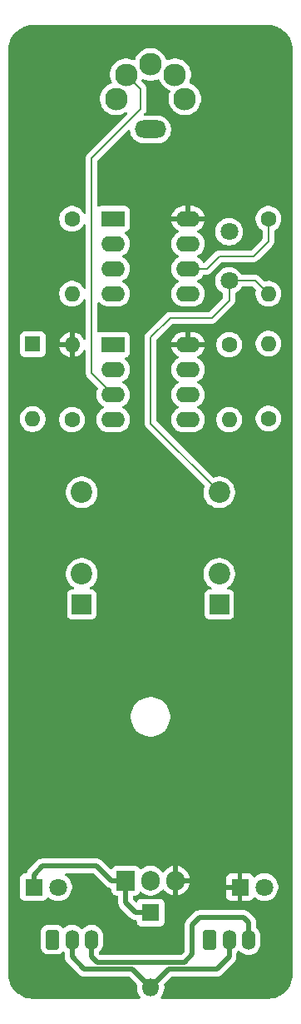
<source format=gbr>
%TF.GenerationSoftware,KiCad,Pcbnew,9.0.1*%
%TF.CreationDate,2025-06-09T19:24:01+10:00*%
%TF.ProjectId,MIDI_to_CV,4d494449-5f74-46f5-9f43-562e6b696361,rev?*%
%TF.SameCoordinates,Original*%
%TF.FileFunction,Copper,L2,Bot*%
%TF.FilePolarity,Positive*%
%FSLAX46Y46*%
G04 Gerber Fmt 4.6, Leading zero omitted, Abs format (unit mm)*
G04 Created by KiCad (PCBNEW 9.0.1) date 2025-06-09 19:24:01*
%MOMM*%
%LPD*%
G01*
G04 APERTURE LIST*
G04 Aperture macros list*
%AMRoundRect*
0 Rectangle with rounded corners*
0 $1 Rounding radius*
0 $2 $3 $4 $5 $6 $7 $8 $9 X,Y pos of 4 corners*
0 Add a 4 corners polygon primitive as box body*
4,1,4,$2,$3,$4,$5,$6,$7,$8,$9,$2,$3,0*
0 Add four circle primitives for the rounded corners*
1,1,$1+$1,$2,$3*
1,1,$1+$1,$4,$5*
1,1,$1+$1,$6,$7*
1,1,$1+$1,$8,$9*
0 Add four rect primitives between the rounded corners*
20,1,$1+$1,$2,$3,$4,$5,0*
20,1,$1+$1,$4,$5,$6,$7,0*
20,1,$1+$1,$6,$7,$8,$9,0*
20,1,$1+$1,$8,$9,$2,$3,0*%
G04 Aperture macros list end*
%TA.AperFunction,ComponentPad*%
%ADD10C,1.800000*%
%TD*%
%TA.AperFunction,ComponentPad*%
%ADD11R,1.905000X2.000000*%
%TD*%
%TA.AperFunction,ComponentPad*%
%ADD12O,1.905000X2.000000*%
%TD*%
%TA.AperFunction,ComponentPad*%
%ADD13R,2.000000X2.000000*%
%TD*%
%TA.AperFunction,ComponentPad*%
%ADD14C,2.200000*%
%TD*%
%TA.AperFunction,ComponentPad*%
%ADD15C,1.600000*%
%TD*%
%TA.AperFunction,ComponentPad*%
%ADD16O,1.600000X1.600000*%
%TD*%
%TA.AperFunction,ComponentPad*%
%ADD17R,1.800000X1.800000*%
%TD*%
%TA.AperFunction,ComponentPad*%
%ADD18O,1.800000X1.800000*%
%TD*%
%TA.AperFunction,ComponentPad*%
%ADD19RoundRect,0.291666X-0.408334X-0.708334X0.408334X-0.708334X0.408334X0.708334X-0.408334X0.708334X0*%
%TD*%
%TA.AperFunction,ComponentPad*%
%ADD20O,1.400000X2.000000*%
%TD*%
%TA.AperFunction,ComponentPad*%
%ADD21R,2.400000X1.600000*%
%TD*%
%TA.AperFunction,ComponentPad*%
%ADD22O,2.400000X1.600000*%
%TD*%
%TA.AperFunction,ComponentPad*%
%ADD23R,1.600000X1.600000*%
%TD*%
%TA.AperFunction,ComponentPad*%
%ADD24C,2.300000*%
%TD*%
%TA.AperFunction,ComponentPad*%
%ADD25O,3.200000X1.800000*%
%TD*%
%TA.AperFunction,Conductor*%
%ADD26C,0.200000*%
%TD*%
%TA.AperFunction,Conductor*%
%ADD27C,0.500000*%
%TD*%
G04 APERTURE END LIST*
D10*
%TO.P,C1,1*%
%TO.N,Net-(C1-Pad1)*%
X173000000Y-76500000D03*
%TO.P,C1,2*%
%TO.N,GND*%
X173000000Y-71500000D03*
%TD*%
D11*
%TO.P,U3,1,IN*%
%TO.N,Net-(D2-K)*%
X162460000Y-137500000D03*
D12*
%TO.P,U3,2,GND*%
%TO.N,GND*%
X165000000Y-137500000D03*
%TO.P,U3,3,OUT*%
%TO.N,+5V*%
X167540000Y-137500000D03*
%TD*%
D13*
%TO.P,J3,G*%
%TO.N,GND*%
X158000000Y-109400000D03*
D14*
%TO.P,J3,S*%
X158000000Y-106300000D03*
%TO.P,J3,T*%
%TO.N,Net-(J3-PadT)*%
X158000000Y-98000000D03*
%TD*%
D15*
%TO.P,R4,1*%
%TO.N,Net-(U1-PB1)*%
X177000000Y-70190000D03*
D16*
%TO.P,R4,2*%
%TO.N,Net-(C1-Pad1)*%
X177000000Y-77810000D03*
%TD*%
D17*
%TO.P,D2,1,K*%
%TO.N,Net-(D2-K)*%
X165000000Y-140750000D03*
D18*
%TO.P,D2,2,A*%
%TO.N,VDD*%
X165000000Y-148370000D03*
%TD*%
D15*
%TO.P,R5,1*%
%TO.N,Net-(U1-PB2)*%
X173000000Y-83000000D03*
D16*
%TO.P,R5,2*%
%TO.N,Net-(J3-PadT)*%
X173000000Y-90620000D03*
%TD*%
D19*
%TO.P,J4,1,Pin_1*%
%TO.N,GND*%
X155000000Y-143500000D03*
D20*
%TO.P,J4,2,Pin_2*%
%TO.N,VDD*%
X157000000Y-143500000D03*
%TO.P,J4,3,Pin_3*%
%TO.N,VSS*%
X159000000Y-143500000D03*
%TD*%
D13*
%TO.P,J2,G*%
%TO.N,GND*%
X172000000Y-109400000D03*
D14*
%TO.P,J2,S*%
X172000000Y-106300000D03*
%TO.P,J2,T*%
%TO.N,Net-(C1-Pad1)*%
X172000000Y-98000000D03*
%TD*%
D21*
%TO.P,U2,1,NC*%
%TO.N,unconnected-(U2-NC-Pad1)*%
X161190000Y-83000000D03*
D22*
%TO.P,U2,2,C1*%
%TO.N,Net-(D1-K)*%
X161190000Y-85540000D03*
%TO.P,U2,3,C2*%
%TO.N,Net-(D1-A)*%
X161190000Y-88080000D03*
%TO.P,U2,4,NC*%
%TO.N,unconnected-(U2-NC-Pad4)*%
X161190000Y-90620000D03*
%TO.P,U2,5,GND*%
%TO.N,GND*%
X168810000Y-90620000D03*
%TO.P,U2,6,VO2*%
%TO.N,PB0*%
X168810000Y-88080000D03*
%TO.P,U2,7,VO1*%
%TO.N,Net-(U2-VO1)*%
X168810000Y-85540000D03*
%TO.P,U2,8,VCC*%
%TO.N,+5V*%
X168810000Y-83000000D03*
%TD*%
D23*
%TO.P,D1,1,K*%
%TO.N,Net-(D1-K)*%
X153000000Y-82940000D03*
D16*
%TO.P,D1,2,A*%
%TO.N,Net-(D1-A)*%
X153000000Y-90560000D03*
%TD*%
D21*
%TO.P,U1,1,~{RESET}/PB5*%
%TO.N,unconnected-(U1-~{RESET}{slash}PB5-Pad1)*%
X161190000Y-70190000D03*
D22*
%TO.P,U1,2,XTAL1/PB3*%
%TO.N,unconnected-(U1-XTAL1{slash}PB3-Pad2)*%
X161190000Y-72730000D03*
%TO.P,U1,3,XTAL2/PB4*%
%TO.N,unconnected-(U1-XTAL2{slash}PB4-Pad3)*%
X161190000Y-75270000D03*
%TO.P,U1,4,GND*%
%TO.N,GND*%
X161190000Y-77810000D03*
%TO.P,U1,5,AREF/PB0*%
%TO.N,PB0*%
X168810000Y-77810000D03*
%TO.P,U1,6,PB1*%
%TO.N,Net-(U1-PB1)*%
X168810000Y-75270000D03*
%TO.P,U1,7,PB2*%
%TO.N,Net-(U1-PB2)*%
X168810000Y-72730000D03*
%TO.P,U1,8,VCC*%
%TO.N,+5V*%
X168810000Y-70190000D03*
%TD*%
D15*
%TO.P,R2,1*%
%TO.N,PB0*%
X157000000Y-90620000D03*
D16*
%TO.P,R2,2*%
%TO.N,+5V*%
X157000000Y-83000000D03*
%TD*%
D19*
%TO.P,J5,1,Pin_1*%
%TO.N,GND*%
X171000000Y-143550000D03*
D20*
%TO.P,J5,2,Pin_2*%
%TO.N,VDD*%
X173000000Y-143550000D03*
%TO.P,J5,3,Pin_3*%
%TO.N,VSS*%
X175000000Y-143550000D03*
%TD*%
D17*
%TO.P,C2,1*%
%TO.N,Net-(D2-K)*%
X153100000Y-138162500D03*
D10*
%TO.P,C2,2*%
%TO.N,GND*%
X155600000Y-138162500D03*
%TD*%
D15*
%TO.P,R3,1*%
%TO.N,GND*%
X177000000Y-90500000D03*
D16*
%TO.P,R3,2*%
%TO.N,Net-(U2-VO1)*%
X177000000Y-82880000D03*
%TD*%
D15*
%TO.P,R1,1*%
%TO.N,Net-(J1-Pad4)*%
X157000000Y-70190000D03*
D16*
%TO.P,R1,2*%
%TO.N,Net-(D1-K)*%
X157000000Y-77810000D03*
%TD*%
D24*
%TO.P,J1,1*%
%TO.N,unconnected-(J1-Pad1)*%
X168500000Y-58000000D03*
%TO.P,J1,2*%
%TO.N,GND*%
X165000000Y-54500000D03*
%TO.P,J1,3*%
%TO.N,unconnected-(J1-Pad3)*%
X161500000Y-58000000D03*
%TO.P,J1,4*%
%TO.N,Net-(J1-Pad4)*%
X167474874Y-55525126D03*
%TO.P,J1,5*%
%TO.N,Net-(D1-A)*%
X162525126Y-55525126D03*
D25*
%TO.P,J1,G*%
%TO.N,GND*%
X165000000Y-61100000D03*
%TD*%
D17*
%TO.P,C3,1*%
%TO.N,+5V*%
X174100000Y-138162500D03*
D10*
%TO.P,C3,2*%
%TO.N,GND*%
X176600000Y-138162500D03*
%TD*%
D26*
%TO.N,Net-(D1-A)*%
X161190000Y-88080000D02*
X159000000Y-85890000D01*
X159000000Y-85890000D02*
X159000000Y-64000000D01*
%TO.N,Net-(C1-Pad1)*%
X165000000Y-91000000D02*
X172000000Y-98000000D01*
X167000000Y-80250000D02*
X165000000Y-82250000D01*
X165000000Y-82250000D02*
X165000000Y-91000000D01*
X171250000Y-80250000D02*
X167000000Y-80250000D01*
X173000000Y-78500000D02*
X171250000Y-80250000D01*
X173000000Y-76500000D02*
X173000000Y-78500000D01*
X175690000Y-76500000D02*
X177000000Y-77810000D01*
X173000000Y-76500000D02*
X175690000Y-76500000D01*
%TO.N,Net-(U1-PB1)*%
X175500000Y-74000000D02*
X177000000Y-72500000D01*
X172000000Y-74000000D02*
X175500000Y-74000000D01*
X170730000Y-75270000D02*
X172000000Y-74000000D01*
X177000000Y-72500000D02*
X177000000Y-70190000D01*
X168810000Y-75270000D02*
X170730000Y-75270000D01*
D27*
%TO.N,Net-(D2-K)*%
X153100000Y-136900000D02*
X154000000Y-136000000D01*
X154000000Y-136000000D02*
X159500000Y-136000000D01*
X163500000Y-140750000D02*
X162460000Y-139710000D01*
X161000000Y-137500000D02*
X162460000Y-137500000D01*
X162460000Y-139710000D02*
X162460000Y-137500000D01*
X159500000Y-136000000D02*
X161000000Y-137500000D01*
X153100000Y-138162500D02*
X153100000Y-136900000D01*
X165000000Y-140750000D02*
X163500000Y-140750000D01*
%TO.N,VDD*%
X158250000Y-146500000D02*
X163130000Y-146500000D01*
X166870000Y-146500000D02*
X171750000Y-146500000D01*
X163130000Y-146500000D02*
X165000000Y-148370000D01*
X171750000Y-146500000D02*
X173000000Y-145250000D01*
X165000000Y-148370000D02*
X166870000Y-146500000D01*
X157000000Y-143550000D02*
X157000000Y-145250000D01*
X173000000Y-145250000D02*
X173000000Y-143550000D01*
X157000000Y-145250000D02*
X158250000Y-146500000D01*
%TO.N,VSS*%
X170000000Y-141250000D02*
X174500000Y-141250000D01*
X174500000Y-141250000D02*
X175000000Y-141750000D01*
X159000000Y-143550000D02*
X159000000Y-145250000D01*
X159549000Y-145799000D02*
X168451000Y-145799000D01*
X169250000Y-145000000D02*
X169250000Y-142000000D01*
X175000000Y-141750000D02*
X175000000Y-143550000D01*
X169250000Y-142000000D02*
X170000000Y-141250000D01*
X168451000Y-145799000D02*
X169250000Y-145000000D01*
X159000000Y-145250000D02*
X159549000Y-145799000D01*
D26*
%TO.N,Net-(D1-A)*%
X164000000Y-57000000D02*
X164000000Y-59000000D01*
X164000000Y-59000000D02*
X159000000Y-64000000D01*
X162525126Y-55525126D02*
X164000000Y-57000000D01*
%TD*%
%TA.AperFunction,Conductor*%
%TO.N,+5V*%
G36*
X177003736Y-50500726D02*
G01*
X177293796Y-50518271D01*
X177308659Y-50520076D01*
X177590798Y-50571780D01*
X177605335Y-50575363D01*
X177879172Y-50660695D01*
X177893163Y-50666000D01*
X178154743Y-50783727D01*
X178167989Y-50790680D01*
X178413465Y-50939075D01*
X178425776Y-50947573D01*
X178651573Y-51124473D01*
X178662781Y-51134403D01*
X178865596Y-51337218D01*
X178875526Y-51348426D01*
X178995481Y-51501538D01*
X179052422Y-51574217D01*
X179060928Y-51586540D01*
X179209316Y-51832004D01*
X179216275Y-51845263D01*
X179333997Y-52106831D01*
X179339306Y-52120832D01*
X179424635Y-52394663D01*
X179428219Y-52409201D01*
X179479923Y-52691340D01*
X179481728Y-52706205D01*
X179499274Y-52996263D01*
X179499500Y-53003750D01*
X179499500Y-146996249D01*
X179499274Y-147003736D01*
X179481728Y-147293794D01*
X179479923Y-147308659D01*
X179428219Y-147590798D01*
X179424635Y-147605336D01*
X179339306Y-147879167D01*
X179333997Y-147893168D01*
X179216275Y-148154736D01*
X179209316Y-148167995D01*
X179060928Y-148413459D01*
X179052422Y-148425782D01*
X178875526Y-148651573D01*
X178865596Y-148662781D01*
X178662781Y-148865596D01*
X178651573Y-148875526D01*
X178425782Y-149052422D01*
X178413459Y-149060928D01*
X178167995Y-149209316D01*
X178154736Y-149216275D01*
X177893168Y-149333997D01*
X177879167Y-149339306D01*
X177605336Y-149424635D01*
X177590798Y-149428219D01*
X177308659Y-149479923D01*
X177293794Y-149481728D01*
X177003736Y-149499274D01*
X176996249Y-149499500D01*
X166150469Y-149499500D01*
X166083430Y-149479815D01*
X166037675Y-149427011D01*
X166027731Y-149357853D01*
X166056756Y-149294297D01*
X166062788Y-149287819D01*
X166068242Y-149282365D01*
X166197815Y-149104022D01*
X166297895Y-148907606D01*
X166366015Y-148697951D01*
X166400500Y-148480222D01*
X166400500Y-148259778D01*
X166379084Y-148124566D01*
X166388038Y-148055276D01*
X166413873Y-148017493D01*
X167144548Y-147286819D01*
X167205871Y-147253334D01*
X167232229Y-147250500D01*
X171823920Y-147250500D01*
X171921462Y-147231096D01*
X171968913Y-147221658D01*
X172105495Y-147165084D01*
X172154729Y-147132186D01*
X172154734Y-147132183D01*
X172179071Y-147115921D01*
X172228416Y-147082952D01*
X173582952Y-145728416D01*
X173632186Y-145654729D01*
X173665084Y-145605495D01*
X173721658Y-145468913D01*
X173731096Y-145421462D01*
X173750500Y-145323920D01*
X173750500Y-144848625D01*
X173759144Y-144819184D01*
X173765668Y-144789198D01*
X173769422Y-144784182D01*
X173770185Y-144781586D01*
X173786819Y-144760944D01*
X173912319Y-144635444D01*
X173973642Y-144601959D01*
X174043334Y-144606943D01*
X174087681Y-144635444D01*
X174217927Y-144765690D01*
X174370801Y-144876760D01*
X174444134Y-144914125D01*
X174539163Y-144962545D01*
X174539165Y-144962545D01*
X174539168Y-144962547D01*
X174609887Y-144985525D01*
X174718881Y-145020940D01*
X174905514Y-145050500D01*
X174905519Y-145050500D01*
X175094486Y-145050500D01*
X175281118Y-145020940D01*
X175344025Y-145000500D01*
X175460832Y-144962547D01*
X175629199Y-144876760D01*
X175782073Y-144765690D01*
X175915690Y-144632073D01*
X176026760Y-144479199D01*
X176112547Y-144310832D01*
X176170940Y-144131118D01*
X176178859Y-144081118D01*
X176200500Y-143944486D01*
X176200500Y-143155513D01*
X176170940Y-142968881D01*
X176112545Y-142789163D01*
X176026759Y-142620800D01*
X176022020Y-142614277D01*
X175915690Y-142467927D01*
X175786818Y-142339055D01*
X175753334Y-142277732D01*
X175750500Y-142251374D01*
X175750500Y-141676079D01*
X175721659Y-141531092D01*
X175721658Y-141531091D01*
X175721658Y-141531087D01*
X175717722Y-141521584D01*
X175665087Y-141394511D01*
X175665085Y-141394507D01*
X175665084Y-141394505D01*
X175623955Y-141332951D01*
X175582952Y-141271584D01*
X175539784Y-141228416D01*
X174978421Y-140667052D01*
X174978414Y-140667046D01*
X174904729Y-140617812D01*
X174904729Y-140617813D01*
X174855491Y-140584913D01*
X174718917Y-140528343D01*
X174718907Y-140528340D01*
X174573920Y-140499500D01*
X174573918Y-140499500D01*
X170073917Y-140499500D01*
X169926082Y-140499500D01*
X169926080Y-140499500D01*
X169781092Y-140528340D01*
X169781082Y-140528343D01*
X169644511Y-140584912D01*
X169644498Y-140584919D01*
X169521584Y-140667048D01*
X169521580Y-140667051D01*
X168667052Y-141521578D01*
X168667049Y-141521581D01*
X168619782Y-141592321D01*
X168619783Y-141592322D01*
X168584918Y-141644501D01*
X168584914Y-141644508D01*
X168528342Y-141781086D01*
X168528340Y-141781092D01*
X168499500Y-141926079D01*
X168499500Y-144637770D01*
X168479815Y-144704809D01*
X168463181Y-144725451D01*
X168176451Y-145012181D01*
X168115128Y-145045666D01*
X168088770Y-145048500D01*
X159911230Y-145048500D01*
X159881785Y-145039854D01*
X159851802Y-145033331D01*
X159846788Y-145029577D01*
X159844191Y-145028815D01*
X159823548Y-145012180D01*
X159786818Y-144975449D01*
X159753333Y-144914125D01*
X159750500Y-144887769D01*
X159750500Y-144798625D01*
X159770185Y-144731586D01*
X159786819Y-144710944D01*
X159850489Y-144647274D01*
X159915690Y-144582073D01*
X160026760Y-144429199D01*
X160112547Y-144260832D01*
X160170940Y-144081118D01*
X160200500Y-143894486D01*
X160200500Y-143105513D01*
X160170940Y-142918881D01*
X160112545Y-142739163D01*
X160026759Y-142570800D01*
X159915690Y-142417927D01*
X159782073Y-142284310D01*
X159629199Y-142173240D01*
X159597699Y-142157190D01*
X159460836Y-142087454D01*
X159281118Y-142029059D01*
X159094486Y-141999500D01*
X159094481Y-141999500D01*
X158905519Y-141999500D01*
X158905514Y-141999500D01*
X158718881Y-142029059D01*
X158539163Y-142087454D01*
X158370800Y-142173240D01*
X158308634Y-142218407D01*
X158217927Y-142284310D01*
X158217925Y-142284312D01*
X158217924Y-142284312D01*
X158087681Y-142414556D01*
X158026358Y-142448041D01*
X157956666Y-142443057D01*
X157912319Y-142414556D01*
X157782075Y-142284312D01*
X157782073Y-142284310D01*
X157629199Y-142173240D01*
X157597699Y-142157190D01*
X157460836Y-142087454D01*
X157281118Y-142029059D01*
X157094486Y-141999500D01*
X157094481Y-141999500D01*
X156905519Y-141999500D01*
X156905514Y-141999500D01*
X156718881Y-142029059D01*
X156539163Y-142087454D01*
X156370800Y-142173240D01*
X156308634Y-142218407D01*
X156217927Y-142284310D01*
X156217925Y-142284312D01*
X156217920Y-142284315D01*
X156207272Y-142294963D01*
X156145946Y-142328444D01*
X156076255Y-142323455D01*
X156031916Y-142294957D01*
X155905365Y-142168406D01*
X155754218Y-142073433D01*
X155585720Y-142014473D01*
X155452821Y-141999500D01*
X154547181Y-141999500D01*
X154547177Y-141999501D01*
X154414279Y-142014474D01*
X154245781Y-142073433D01*
X154094634Y-142168406D01*
X153968406Y-142294634D01*
X153873433Y-142445781D01*
X153814473Y-142614279D01*
X153799500Y-142747176D01*
X153799500Y-144252818D01*
X153799501Y-144252822D01*
X153814474Y-144385720D01*
X153873433Y-144554218D01*
X153968406Y-144705365D01*
X154094634Y-144831593D01*
X154241805Y-144924068D01*
X154245783Y-144926567D01*
X154326495Y-144954809D01*
X154414279Y-144985526D01*
X154499271Y-144995101D01*
X154547183Y-145000500D01*
X155452816Y-145000499D01*
X155452818Y-145000499D01*
X155452819Y-145000498D01*
X155585723Y-144985525D01*
X155754217Y-144926567D01*
X155905366Y-144831593D01*
X156031593Y-144705366D01*
X156031593Y-144705365D01*
X156031917Y-144705042D01*
X156039862Y-144700703D01*
X156045288Y-144693456D01*
X156070047Y-144684221D01*
X156093240Y-144671557D01*
X156102269Y-144672202D01*
X156110752Y-144669039D01*
X156136572Y-144674655D01*
X156162932Y-144676541D01*
X156171985Y-144682359D01*
X156179025Y-144683891D01*
X156207279Y-144705042D01*
X156213181Y-144710944D01*
X156246666Y-144772267D01*
X156249500Y-144798625D01*
X156249500Y-145323918D01*
X156249500Y-145323920D01*
X156249499Y-145323920D01*
X156278340Y-145468907D01*
X156278343Y-145468917D01*
X156334914Y-145605492D01*
X156334915Y-145605494D01*
X156334916Y-145605495D01*
X156360478Y-145643752D01*
X156367812Y-145654727D01*
X156367813Y-145654730D01*
X156417046Y-145728414D01*
X156417052Y-145728421D01*
X157771584Y-147082952D01*
X157771586Y-147082954D01*
X157801058Y-147102645D01*
X157845270Y-147132186D01*
X157894505Y-147165084D01*
X157894506Y-147165084D01*
X157894507Y-147165085D01*
X157894509Y-147165086D01*
X158031082Y-147221656D01*
X158031087Y-147221658D01*
X158031091Y-147221658D01*
X158031092Y-147221659D01*
X158176079Y-147250500D01*
X158176082Y-147250500D01*
X158176083Y-147250500D01*
X158323917Y-147250500D01*
X162767770Y-147250500D01*
X162834809Y-147270185D01*
X162855451Y-147286819D01*
X163586122Y-148017490D01*
X163619607Y-148078813D01*
X163620914Y-148124569D01*
X163599500Y-148259772D01*
X163599500Y-148480221D01*
X163633985Y-148697952D01*
X163702103Y-148907603D01*
X163702104Y-148907606D01*
X163802187Y-149104025D01*
X163931752Y-149282358D01*
X163931756Y-149282363D01*
X163937212Y-149287819D01*
X163970697Y-149349142D01*
X163965713Y-149418834D01*
X163923841Y-149474767D01*
X163858377Y-149499184D01*
X163849531Y-149499500D01*
X153003751Y-149499500D01*
X152996264Y-149499274D01*
X152706205Y-149481728D01*
X152691340Y-149479923D01*
X152409201Y-149428219D01*
X152394663Y-149424635D01*
X152120832Y-149339306D01*
X152106831Y-149333997D01*
X151845263Y-149216275D01*
X151832004Y-149209316D01*
X151586540Y-149060928D01*
X151574217Y-149052422D01*
X151348426Y-148875526D01*
X151337218Y-148865596D01*
X151134403Y-148662781D01*
X151124473Y-148651573D01*
X150947573Y-148425776D01*
X150939075Y-148413465D01*
X150790680Y-148167989D01*
X150783727Y-148154743D01*
X150666000Y-147893163D01*
X150660693Y-147879167D01*
X150575364Y-147605336D01*
X150571780Y-147590798D01*
X150520076Y-147308659D01*
X150518271Y-147293794D01*
X150508495Y-147132183D01*
X150500726Y-147003736D01*
X150500500Y-146996249D01*
X150500500Y-137214635D01*
X151699500Y-137214635D01*
X151699500Y-139110370D01*
X151699501Y-139110376D01*
X151705908Y-139169983D01*
X151756202Y-139304828D01*
X151756206Y-139304835D01*
X151842452Y-139420044D01*
X151842455Y-139420047D01*
X151957664Y-139506293D01*
X151957671Y-139506297D01*
X152092517Y-139556591D01*
X152092516Y-139556591D01*
X152099444Y-139557335D01*
X152152127Y-139563000D01*
X154047872Y-139562999D01*
X154107483Y-139556591D01*
X154242331Y-139506296D01*
X154357546Y-139420046D01*
X154443796Y-139304831D01*
X154443887Y-139304588D01*
X154462735Y-139254054D01*
X154504606Y-139198120D01*
X154570070Y-139173702D01*
X154638343Y-139188553D01*
X154666598Y-139209705D01*
X154687636Y-139230743D01*
X154687641Y-139230747D01*
X154789603Y-139304826D01*
X154865978Y-139360315D01*
X154994375Y-139425737D01*
X155062393Y-139460395D01*
X155062396Y-139460396D01*
X155161057Y-139492452D01*
X155272049Y-139528515D01*
X155489778Y-139563000D01*
X155489779Y-139563000D01*
X155710221Y-139563000D01*
X155710222Y-139563000D01*
X155927951Y-139528515D01*
X156137606Y-139460395D01*
X156334022Y-139360315D01*
X156512365Y-139230742D01*
X156668242Y-139074865D01*
X156797815Y-138896522D01*
X156897895Y-138700106D01*
X156966015Y-138490451D01*
X157000500Y-138272722D01*
X157000500Y-138052278D01*
X156966015Y-137834549D01*
X156897895Y-137624894D01*
X156897895Y-137624893D01*
X156863237Y-137556875D01*
X156797815Y-137428478D01*
X156781260Y-137405692D01*
X156668247Y-137250141D01*
X156668243Y-137250136D01*
X156512363Y-137094256D01*
X156512358Y-137094252D01*
X156347970Y-136974818D01*
X156305304Y-136919489D01*
X156299325Y-136849875D01*
X156331930Y-136788080D01*
X156392769Y-136753723D01*
X156420855Y-136750500D01*
X159137770Y-136750500D01*
X159204809Y-136770185D01*
X159225451Y-136786819D01*
X160521580Y-138082948D01*
X160521584Y-138082951D01*
X160644498Y-138165080D01*
X160644511Y-138165087D01*
X160765402Y-138215161D01*
X160781087Y-138221658D01*
X160781091Y-138221658D01*
X160781092Y-138221659D01*
X160907193Y-138246743D01*
X160969104Y-138279128D01*
X161003678Y-138339844D01*
X161007001Y-138368360D01*
X161007001Y-138547876D01*
X161013408Y-138607483D01*
X161063702Y-138742328D01*
X161063706Y-138742335D01*
X161149952Y-138857544D01*
X161149955Y-138857547D01*
X161265164Y-138943793D01*
X161265171Y-138943797D01*
X161310118Y-138960561D01*
X161400017Y-138994091D01*
X161459627Y-139000500D01*
X161585500Y-139000499D01*
X161652539Y-139020183D01*
X161698294Y-139072987D01*
X161709500Y-139124499D01*
X161709500Y-139783918D01*
X161709500Y-139783920D01*
X161709499Y-139783920D01*
X161738340Y-139928907D01*
X161738343Y-139928917D01*
X161794912Y-140065488D01*
X161794914Y-140065492D01*
X161794916Y-140065495D01*
X161807893Y-140084916D01*
X161877051Y-140188420D01*
X161877052Y-140188421D01*
X162917049Y-141228416D01*
X163021582Y-141332949D01*
X163021584Y-141332951D01*
X163144498Y-141415080D01*
X163144511Y-141415087D01*
X163281082Y-141471656D01*
X163281087Y-141471658D01*
X163281091Y-141471658D01*
X163281092Y-141471659D01*
X163426079Y-141500500D01*
X163426082Y-141500500D01*
X163426083Y-141500500D01*
X163475501Y-141500500D01*
X163542540Y-141520185D01*
X163588295Y-141572989D01*
X163599501Y-141624500D01*
X163599501Y-141697876D01*
X163605908Y-141757483D01*
X163656202Y-141892328D01*
X163656206Y-141892335D01*
X163742452Y-142007544D01*
X163742455Y-142007547D01*
X163857664Y-142093793D01*
X163857671Y-142093797D01*
X163992517Y-142144091D01*
X163992516Y-142144091D01*
X163999444Y-142144835D01*
X164052127Y-142150500D01*
X165947872Y-142150499D01*
X166007483Y-142144091D01*
X166142331Y-142093796D01*
X166257546Y-142007546D01*
X166343796Y-141892331D01*
X166394091Y-141757483D01*
X166400500Y-141697873D01*
X166400499Y-139802128D01*
X166394091Y-139742517D01*
X166370773Y-139679999D01*
X166343797Y-139607671D01*
X166343793Y-139607664D01*
X166257547Y-139492455D01*
X166257544Y-139492452D01*
X166142335Y-139406206D01*
X166142328Y-139406202D01*
X166007482Y-139355908D01*
X166007483Y-139355908D01*
X165947883Y-139349501D01*
X165947881Y-139349500D01*
X165947873Y-139349500D01*
X165947864Y-139349500D01*
X164052129Y-139349500D01*
X164052123Y-139349501D01*
X163992516Y-139355908D01*
X163857671Y-139406202D01*
X163857664Y-139406206D01*
X163742455Y-139492452D01*
X163742452Y-139492455D01*
X163656206Y-139607664D01*
X163651953Y-139615454D01*
X163648728Y-139613693D01*
X163617074Y-139655752D01*
X163551546Y-139679999D01*
X163483312Y-139664970D01*
X163455340Y-139643973D01*
X163374367Y-139563000D01*
X163246819Y-139435451D01*
X163232115Y-139408523D01*
X163215523Y-139382705D01*
X163214631Y-139376504D01*
X163213334Y-139374128D01*
X163210500Y-139347770D01*
X163210500Y-139124499D01*
X163230185Y-139057460D01*
X163282989Y-139011705D01*
X163334500Y-139000499D01*
X163460371Y-139000499D01*
X163460372Y-139000499D01*
X163519983Y-138994091D01*
X163654831Y-138943796D01*
X163770046Y-138857546D01*
X163856296Y-138742331D01*
X163866690Y-138714460D01*
X163908560Y-138658527D01*
X163974023Y-138634108D01*
X164042297Y-138648958D01*
X164055746Y-138657465D01*
X164238462Y-138790217D01*
X164370599Y-138857544D01*
X164442244Y-138894049D01*
X164659751Y-138964721D01*
X164659752Y-138964721D01*
X164659755Y-138964722D01*
X164885646Y-139000500D01*
X164885647Y-139000500D01*
X165114353Y-139000500D01*
X165114354Y-139000500D01*
X165340245Y-138964722D01*
X165340248Y-138964721D01*
X165340249Y-138964721D01*
X165557755Y-138894049D01*
X165557755Y-138894048D01*
X165557758Y-138894048D01*
X165761538Y-138790217D01*
X165946566Y-138655786D01*
X166108286Y-138494066D01*
X166169992Y-138409134D01*
X166225319Y-138366470D01*
X166294932Y-138360491D01*
X166356727Y-138393096D01*
X166370626Y-138409135D01*
X166432097Y-138493741D01*
X166432097Y-138493742D01*
X166593757Y-138655402D01*
X166778723Y-138789788D01*
X166982429Y-138893582D01*
X167199871Y-138964234D01*
X167290000Y-138978509D01*
X167290000Y-137990747D01*
X167327708Y-138012518D01*
X167467591Y-138050000D01*
X167612409Y-138050000D01*
X167752292Y-138012518D01*
X167790000Y-137990747D01*
X167790000Y-138978508D01*
X167880128Y-138964234D01*
X168097570Y-138893582D01*
X168301276Y-138789788D01*
X168486242Y-138655402D01*
X168647902Y-138493742D01*
X168782288Y-138308776D01*
X168784294Y-138304841D01*
X168784294Y-138304840D01*
X168886081Y-138105070D01*
X168956734Y-137887628D01*
X168978532Y-137750000D01*
X168030748Y-137750000D01*
X168052518Y-137712292D01*
X168090000Y-137572409D01*
X168090000Y-137427591D01*
X168052518Y-137287708D01*
X168030748Y-137250000D01*
X168978532Y-137250000D01*
X168975483Y-137230750D01*
X168975483Y-137230749D01*
X168972934Y-137214655D01*
X172700000Y-137214655D01*
X172700000Y-137912500D01*
X173784314Y-137912500D01*
X173779920Y-137916894D01*
X173727259Y-138008106D01*
X173700000Y-138109839D01*
X173700000Y-138215161D01*
X173727259Y-138316894D01*
X173779920Y-138408106D01*
X173784314Y-138412500D01*
X172700000Y-138412500D01*
X172700000Y-139110344D01*
X172706401Y-139169872D01*
X172706403Y-139169879D01*
X172756645Y-139304586D01*
X172756649Y-139304593D01*
X172842809Y-139419687D01*
X172842812Y-139419690D01*
X172957906Y-139505850D01*
X172957913Y-139505854D01*
X173092620Y-139556096D01*
X173092627Y-139556098D01*
X173152155Y-139562499D01*
X173152172Y-139562500D01*
X173850000Y-139562500D01*
X173850000Y-138478186D01*
X173854394Y-138482580D01*
X173945606Y-138535241D01*
X174047339Y-138562500D01*
X174152661Y-138562500D01*
X174254394Y-138535241D01*
X174345606Y-138482580D01*
X174350000Y-138478186D01*
X174350000Y-139562500D01*
X175047828Y-139562500D01*
X175047844Y-139562499D01*
X175107372Y-139556098D01*
X175107379Y-139556096D01*
X175242086Y-139505854D01*
X175242093Y-139505850D01*
X175357187Y-139419690D01*
X175357190Y-139419687D01*
X175443350Y-139304593D01*
X175443353Y-139304588D01*
X175462345Y-139253666D01*
X175504215Y-139197732D01*
X175569679Y-139173313D01*
X175637952Y-139188163D01*
X175666209Y-139209316D01*
X175687636Y-139230743D01*
X175687641Y-139230747D01*
X175789603Y-139304826D01*
X175865978Y-139360315D01*
X175994375Y-139425737D01*
X176062393Y-139460395D01*
X176062396Y-139460396D01*
X176161057Y-139492452D01*
X176272049Y-139528515D01*
X176489778Y-139563000D01*
X176489779Y-139563000D01*
X176710221Y-139563000D01*
X176710222Y-139563000D01*
X176927951Y-139528515D01*
X177137606Y-139460395D01*
X177334022Y-139360315D01*
X177512365Y-139230742D01*
X177668242Y-139074865D01*
X177797815Y-138896522D01*
X177897895Y-138700106D01*
X177966015Y-138490451D01*
X178000500Y-138272722D01*
X178000500Y-138052278D01*
X177966015Y-137834549D01*
X177897895Y-137624894D01*
X177897895Y-137624893D01*
X177863237Y-137556875D01*
X177797815Y-137428478D01*
X177781260Y-137405692D01*
X177668247Y-137250141D01*
X177668243Y-137250136D01*
X177512363Y-137094256D01*
X177512358Y-137094252D01*
X177334025Y-136964687D01*
X177334024Y-136964686D01*
X177334022Y-136964685D01*
X177245321Y-136919489D01*
X177137606Y-136864604D01*
X177137603Y-136864603D01*
X176927952Y-136796485D01*
X176819086Y-136779242D01*
X176710222Y-136762000D01*
X176489778Y-136762000D01*
X176438100Y-136770185D01*
X176272047Y-136796485D01*
X176062396Y-136864603D01*
X176062393Y-136864604D01*
X175865974Y-136964687D01*
X175687641Y-137094252D01*
X175687635Y-137094257D01*
X175666207Y-137115685D01*
X175604884Y-137149169D01*
X175535192Y-137144183D01*
X175479259Y-137102310D01*
X175462346Y-137071334D01*
X175443355Y-137020415D01*
X175443350Y-137020406D01*
X175357190Y-136905312D01*
X175357187Y-136905309D01*
X175242093Y-136819149D01*
X175242086Y-136819145D01*
X175107379Y-136768903D01*
X175107372Y-136768901D01*
X175047844Y-136762500D01*
X174350000Y-136762500D01*
X174350000Y-137846814D01*
X174345606Y-137842420D01*
X174254394Y-137789759D01*
X174152661Y-137762500D01*
X174047339Y-137762500D01*
X173945606Y-137789759D01*
X173854394Y-137842420D01*
X173850000Y-137846814D01*
X173850000Y-136762500D01*
X173152155Y-136762500D01*
X173092627Y-136768901D01*
X173092620Y-136768903D01*
X172957913Y-136819145D01*
X172957906Y-136819149D01*
X172842812Y-136905309D01*
X172842809Y-136905312D01*
X172756649Y-137020406D01*
X172756645Y-137020413D01*
X172706403Y-137155120D01*
X172706401Y-137155127D01*
X172700000Y-137214655D01*
X168972934Y-137214655D01*
X168956733Y-137112371D01*
X168886082Y-136894929D01*
X168782288Y-136691223D01*
X168647902Y-136506257D01*
X168486242Y-136344597D01*
X168301276Y-136210211D01*
X168097568Y-136106417D01*
X167880124Y-136035765D01*
X167790000Y-136021490D01*
X167790000Y-137009252D01*
X167752292Y-136987482D01*
X167612409Y-136950000D01*
X167467591Y-136950000D01*
X167327708Y-136987482D01*
X167290000Y-137009252D01*
X167290000Y-136021490D01*
X167289999Y-136021490D01*
X167199875Y-136035765D01*
X166982431Y-136106417D01*
X166778723Y-136210211D01*
X166593757Y-136344597D01*
X166432097Y-136506257D01*
X166370627Y-136590864D01*
X166315297Y-136633529D01*
X166245684Y-136639508D01*
X166183889Y-136606902D01*
X166169991Y-136590864D01*
X166108286Y-136505934D01*
X165946566Y-136344214D01*
X165761538Y-136209783D01*
X165557755Y-136105950D01*
X165340248Y-136035278D01*
X165154812Y-136005908D01*
X165114354Y-135999500D01*
X164885646Y-135999500D01*
X164845188Y-136005908D01*
X164659753Y-136035278D01*
X164659750Y-136035278D01*
X164442244Y-136105950D01*
X164238461Y-136209783D01*
X164055759Y-136342525D01*
X163989952Y-136366005D01*
X163921898Y-136350180D01*
X163873203Y-136300074D01*
X163866690Y-136285538D01*
X163859199Y-136265454D01*
X163856296Y-136257669D01*
X163856293Y-136257664D01*
X163770047Y-136142455D01*
X163770044Y-136142452D01*
X163654835Y-136056206D01*
X163654828Y-136056202D01*
X163519982Y-136005908D01*
X163519983Y-136005908D01*
X163460383Y-135999501D01*
X163460381Y-135999500D01*
X163460373Y-135999500D01*
X163460364Y-135999500D01*
X161459629Y-135999500D01*
X161459623Y-135999501D01*
X161400016Y-136005908D01*
X161265171Y-136056202D01*
X161265164Y-136056206D01*
X161149955Y-136142452D01*
X161149952Y-136142455D01*
X161063706Y-136257664D01*
X161059453Y-136265454D01*
X161057646Y-136264467D01*
X161022786Y-136311028D01*
X160957319Y-136335439D01*
X160889048Y-136320581D01*
X160860803Y-136299435D01*
X159978421Y-135417052D01*
X159978414Y-135417046D01*
X159904729Y-135367812D01*
X159904729Y-135367813D01*
X159855491Y-135334913D01*
X159718917Y-135278343D01*
X159718907Y-135278340D01*
X159573920Y-135249500D01*
X159573918Y-135249500D01*
X154073917Y-135249500D01*
X153926082Y-135249500D01*
X153926080Y-135249500D01*
X153781092Y-135278340D01*
X153781082Y-135278343D01*
X153644511Y-135334912D01*
X153644498Y-135334919D01*
X153521584Y-135417048D01*
X153521580Y-135417051D01*
X152517049Y-136421582D01*
X152517043Y-136421589D01*
X152496638Y-136452128D01*
X152496639Y-136452129D01*
X152434915Y-136544506D01*
X152376533Y-136685453D01*
X152332692Y-136739856D01*
X152266398Y-136761921D01*
X152261973Y-136762000D01*
X152152130Y-136762000D01*
X152152123Y-136762001D01*
X152092516Y-136768408D01*
X151957671Y-136818702D01*
X151957664Y-136818706D01*
X151842455Y-136904952D01*
X151842452Y-136904955D01*
X151756206Y-137020164D01*
X151756202Y-137020171D01*
X151705908Y-137155017D01*
X151699501Y-137214616D01*
X151699500Y-137214635D01*
X150500500Y-137214635D01*
X150500500Y-120708872D01*
X162999500Y-120708872D01*
X162999500Y-120971127D01*
X163026123Y-121173339D01*
X163033730Y-121231116D01*
X163101602Y-121484418D01*
X163101605Y-121484428D01*
X163201953Y-121726690D01*
X163201958Y-121726700D01*
X163333075Y-121953803D01*
X163492718Y-122161851D01*
X163492726Y-122161860D01*
X163678140Y-122347274D01*
X163678148Y-122347281D01*
X163886196Y-122506924D01*
X164113299Y-122638041D01*
X164113309Y-122638046D01*
X164355571Y-122738394D01*
X164355581Y-122738398D01*
X164608884Y-122806270D01*
X164868880Y-122840500D01*
X164868887Y-122840500D01*
X165131113Y-122840500D01*
X165131120Y-122840500D01*
X165391116Y-122806270D01*
X165644419Y-122738398D01*
X165886697Y-122638043D01*
X166113803Y-122506924D01*
X166321851Y-122347282D01*
X166321855Y-122347277D01*
X166321860Y-122347274D01*
X166507274Y-122161860D01*
X166507277Y-122161855D01*
X166507282Y-122161851D01*
X166666924Y-121953803D01*
X166798043Y-121726697D01*
X166898398Y-121484419D01*
X166966270Y-121231116D01*
X167000500Y-120971120D01*
X167000500Y-120708880D01*
X166966270Y-120448884D01*
X166898398Y-120195581D01*
X166898394Y-120195571D01*
X166798046Y-119953309D01*
X166798041Y-119953299D01*
X166666924Y-119726196D01*
X166507281Y-119518148D01*
X166507274Y-119518140D01*
X166321860Y-119332726D01*
X166321851Y-119332718D01*
X166113803Y-119173075D01*
X165886700Y-119041958D01*
X165886690Y-119041953D01*
X165644428Y-118941605D01*
X165644421Y-118941603D01*
X165644419Y-118941602D01*
X165391116Y-118873730D01*
X165333339Y-118866123D01*
X165131127Y-118839500D01*
X165131120Y-118839500D01*
X164868880Y-118839500D01*
X164868872Y-118839500D01*
X164637772Y-118869926D01*
X164608884Y-118873730D01*
X164355581Y-118941602D01*
X164355571Y-118941605D01*
X164113309Y-119041953D01*
X164113299Y-119041958D01*
X163886196Y-119173075D01*
X163678148Y-119332718D01*
X163492718Y-119518148D01*
X163333075Y-119726196D01*
X163201958Y-119953299D01*
X163201953Y-119953309D01*
X163101605Y-120195571D01*
X163101602Y-120195581D01*
X163033730Y-120448885D01*
X162999500Y-120708872D01*
X150500500Y-120708872D01*
X150500500Y-106174038D01*
X156399500Y-106174038D01*
X156399500Y-106425961D01*
X156438910Y-106674785D01*
X156516760Y-106914383D01*
X156631132Y-107138848D01*
X156779201Y-107342649D01*
X156779205Y-107342654D01*
X156957345Y-107520794D01*
X156957350Y-107520798D01*
X157161151Y-107668868D01*
X157162617Y-107669766D01*
X157163057Y-107670253D01*
X157165096Y-107671734D01*
X157164785Y-107672161D01*
X157209498Y-107721572D01*
X157220928Y-107790501D01*
X157193278Y-107854667D01*
X157135327Y-107893698D01*
X157097840Y-107899500D01*
X156952130Y-107899500D01*
X156952123Y-107899501D01*
X156892516Y-107905908D01*
X156757671Y-107956202D01*
X156757664Y-107956206D01*
X156642455Y-108042452D01*
X156642452Y-108042455D01*
X156556206Y-108157664D01*
X156556202Y-108157671D01*
X156505908Y-108292517D01*
X156499501Y-108352116D01*
X156499501Y-108352123D01*
X156499500Y-108352135D01*
X156499500Y-110447870D01*
X156499501Y-110447876D01*
X156505908Y-110507483D01*
X156556202Y-110642328D01*
X156556206Y-110642335D01*
X156642452Y-110757544D01*
X156642455Y-110757547D01*
X156757664Y-110843793D01*
X156757671Y-110843797D01*
X156892517Y-110894091D01*
X156892516Y-110894091D01*
X156899444Y-110894835D01*
X156952127Y-110900500D01*
X159047872Y-110900499D01*
X159107483Y-110894091D01*
X159242331Y-110843796D01*
X159357546Y-110757546D01*
X159443796Y-110642331D01*
X159494091Y-110507483D01*
X159500500Y-110447873D01*
X159500499Y-108352128D01*
X159494091Y-108292517D01*
X159443796Y-108157669D01*
X159443795Y-108157668D01*
X159443793Y-108157664D01*
X159357547Y-108042455D01*
X159357544Y-108042452D01*
X159242335Y-107956206D01*
X159242328Y-107956202D01*
X159107482Y-107905908D01*
X159107483Y-107905908D01*
X159047883Y-107899501D01*
X159047881Y-107899500D01*
X159047873Y-107899500D01*
X159047865Y-107899500D01*
X158902162Y-107899500D01*
X158835123Y-107879815D01*
X158789368Y-107827011D01*
X158779424Y-107757853D01*
X158808449Y-107694297D01*
X158834963Y-107671815D01*
X158834904Y-107671734D01*
X158835992Y-107670942D01*
X158837375Y-107669771D01*
X158838839Y-107668872D01*
X158838845Y-107668870D01*
X159042656Y-107520793D01*
X159220793Y-107342656D01*
X159368870Y-107138845D01*
X159483241Y-106914379D01*
X159561090Y-106674785D01*
X159600500Y-106425962D01*
X159600500Y-106174038D01*
X170399500Y-106174038D01*
X170399500Y-106425961D01*
X170438910Y-106674785D01*
X170516760Y-106914383D01*
X170631132Y-107138848D01*
X170779201Y-107342649D01*
X170779205Y-107342654D01*
X170957345Y-107520794D01*
X170957350Y-107520798D01*
X171161151Y-107668868D01*
X171162617Y-107669766D01*
X171163057Y-107670253D01*
X171165096Y-107671734D01*
X171164785Y-107672161D01*
X171209498Y-107721572D01*
X171220928Y-107790501D01*
X171193278Y-107854667D01*
X171135327Y-107893698D01*
X171097840Y-107899500D01*
X170952130Y-107899500D01*
X170952123Y-107899501D01*
X170892516Y-107905908D01*
X170757671Y-107956202D01*
X170757664Y-107956206D01*
X170642455Y-108042452D01*
X170642452Y-108042455D01*
X170556206Y-108157664D01*
X170556202Y-108157671D01*
X170505908Y-108292517D01*
X170499501Y-108352116D01*
X170499501Y-108352123D01*
X170499500Y-108352135D01*
X170499500Y-110447870D01*
X170499501Y-110447876D01*
X170505908Y-110507483D01*
X170556202Y-110642328D01*
X170556206Y-110642335D01*
X170642452Y-110757544D01*
X170642455Y-110757547D01*
X170757664Y-110843793D01*
X170757671Y-110843797D01*
X170892517Y-110894091D01*
X170892516Y-110894091D01*
X170899444Y-110894835D01*
X170952127Y-110900500D01*
X173047872Y-110900499D01*
X173107483Y-110894091D01*
X173242331Y-110843796D01*
X173357546Y-110757546D01*
X173443796Y-110642331D01*
X173494091Y-110507483D01*
X173500500Y-110447873D01*
X173500499Y-108352128D01*
X173494091Y-108292517D01*
X173443796Y-108157669D01*
X173443795Y-108157668D01*
X173443793Y-108157664D01*
X173357547Y-108042455D01*
X173357544Y-108042452D01*
X173242335Y-107956206D01*
X173242328Y-107956202D01*
X173107482Y-107905908D01*
X173107483Y-107905908D01*
X173047883Y-107899501D01*
X173047881Y-107899500D01*
X173047873Y-107899500D01*
X173047865Y-107899500D01*
X172902162Y-107899500D01*
X172835123Y-107879815D01*
X172789368Y-107827011D01*
X172779424Y-107757853D01*
X172808449Y-107694297D01*
X172834963Y-107671815D01*
X172834904Y-107671734D01*
X172835992Y-107670942D01*
X172837375Y-107669771D01*
X172838839Y-107668872D01*
X172838845Y-107668870D01*
X173042656Y-107520793D01*
X173220793Y-107342656D01*
X173368870Y-107138845D01*
X173483241Y-106914379D01*
X173561090Y-106674785D01*
X173600500Y-106425962D01*
X173600500Y-106174038D01*
X173561090Y-105925215D01*
X173483241Y-105685621D01*
X173483239Y-105685618D01*
X173483239Y-105685616D01*
X173441747Y-105604184D01*
X173368870Y-105461155D01*
X173349952Y-105435117D01*
X173220798Y-105257350D01*
X173220794Y-105257345D01*
X173042654Y-105079205D01*
X173042649Y-105079201D01*
X172838848Y-104931132D01*
X172838847Y-104931131D01*
X172838845Y-104931130D01*
X172768747Y-104895413D01*
X172614383Y-104816760D01*
X172374785Y-104738910D01*
X172125962Y-104699500D01*
X171874038Y-104699500D01*
X171749626Y-104719205D01*
X171625214Y-104738910D01*
X171385616Y-104816760D01*
X171161151Y-104931132D01*
X170957350Y-105079201D01*
X170957345Y-105079205D01*
X170779205Y-105257345D01*
X170779201Y-105257350D01*
X170631132Y-105461151D01*
X170516760Y-105685616D01*
X170438910Y-105925214D01*
X170399500Y-106174038D01*
X159600500Y-106174038D01*
X159561090Y-105925215D01*
X159483241Y-105685621D01*
X159483239Y-105685618D01*
X159483239Y-105685616D01*
X159441747Y-105604184D01*
X159368870Y-105461155D01*
X159349952Y-105435117D01*
X159220798Y-105257350D01*
X159220794Y-105257345D01*
X159042654Y-105079205D01*
X159042649Y-105079201D01*
X158838848Y-104931132D01*
X158838847Y-104931131D01*
X158838845Y-104931130D01*
X158768747Y-104895413D01*
X158614383Y-104816760D01*
X158374785Y-104738910D01*
X158125962Y-104699500D01*
X157874038Y-104699500D01*
X157749626Y-104719205D01*
X157625214Y-104738910D01*
X157385616Y-104816760D01*
X157161151Y-104931132D01*
X156957350Y-105079201D01*
X156957345Y-105079205D01*
X156779205Y-105257345D01*
X156779201Y-105257350D01*
X156631132Y-105461151D01*
X156516760Y-105685616D01*
X156438910Y-105925214D01*
X156399500Y-106174038D01*
X150500500Y-106174038D01*
X150500500Y-97874038D01*
X156399500Y-97874038D01*
X156399500Y-98125961D01*
X156438910Y-98374785D01*
X156516760Y-98614383D01*
X156631132Y-98838848D01*
X156779201Y-99042649D01*
X156779205Y-99042654D01*
X156957345Y-99220794D01*
X156957350Y-99220798D01*
X157135117Y-99349952D01*
X157161155Y-99368870D01*
X157304184Y-99441747D01*
X157385616Y-99483239D01*
X157385618Y-99483239D01*
X157385621Y-99483241D01*
X157625215Y-99561090D01*
X157874038Y-99600500D01*
X157874039Y-99600500D01*
X158125961Y-99600500D01*
X158125962Y-99600500D01*
X158374785Y-99561090D01*
X158614379Y-99483241D01*
X158838845Y-99368870D01*
X159042656Y-99220793D01*
X159220793Y-99042656D01*
X159368870Y-98838845D01*
X159483241Y-98614379D01*
X159561090Y-98374785D01*
X159600500Y-98125962D01*
X159600500Y-97874038D01*
X159561090Y-97625215D01*
X159483241Y-97385621D01*
X159483239Y-97385618D01*
X159483239Y-97385616D01*
X159441747Y-97304184D01*
X159368870Y-97161155D01*
X159349952Y-97135117D01*
X159220798Y-96957350D01*
X159220794Y-96957345D01*
X159042654Y-96779205D01*
X159042649Y-96779201D01*
X158838848Y-96631132D01*
X158838847Y-96631131D01*
X158838845Y-96631130D01*
X158768747Y-96595413D01*
X158614383Y-96516760D01*
X158374785Y-96438910D01*
X158125962Y-96399500D01*
X157874038Y-96399500D01*
X157749626Y-96419205D01*
X157625214Y-96438910D01*
X157385616Y-96516760D01*
X157161151Y-96631132D01*
X156957350Y-96779201D01*
X156957345Y-96779205D01*
X156779205Y-96957345D01*
X156779201Y-96957350D01*
X156631132Y-97161151D01*
X156516760Y-97385616D01*
X156438910Y-97625214D01*
X156399500Y-97874038D01*
X150500500Y-97874038D01*
X150500500Y-90457648D01*
X151699500Y-90457648D01*
X151699500Y-90662351D01*
X151731522Y-90864534D01*
X151794781Y-91059223D01*
X151857141Y-91181610D01*
X151882705Y-91231782D01*
X151887715Y-91241613D01*
X152008028Y-91407213D01*
X152152786Y-91551971D01*
X152235806Y-91612287D01*
X152318390Y-91672287D01*
X152383021Y-91705218D01*
X152500776Y-91765218D01*
X152500778Y-91765218D01*
X152500781Y-91765220D01*
X152605137Y-91799127D01*
X152695465Y-91828477D01*
X152796557Y-91844488D01*
X152897648Y-91860500D01*
X152897649Y-91860500D01*
X153102351Y-91860500D01*
X153102352Y-91860500D01*
X153304534Y-91828477D01*
X153499219Y-91765220D01*
X153681610Y-91672287D01*
X153774590Y-91604732D01*
X153847213Y-91551971D01*
X153847215Y-91551968D01*
X153847219Y-91551966D01*
X153991966Y-91407219D01*
X153991968Y-91407215D01*
X153991971Y-91407213D01*
X154044732Y-91334590D01*
X154112287Y-91241610D01*
X154205220Y-91059219D01*
X154268477Y-90864534D01*
X154300500Y-90662352D01*
X154300500Y-90517648D01*
X155699500Y-90517648D01*
X155699500Y-90722351D01*
X155731522Y-90924534D01*
X155794781Y-91119223D01*
X155887715Y-91301613D01*
X156008028Y-91467213D01*
X156152786Y-91611971D01*
X156235806Y-91672287D01*
X156318390Y-91732287D01*
X156383021Y-91765218D01*
X156500776Y-91825218D01*
X156500778Y-91825218D01*
X156500781Y-91825220D01*
X156605137Y-91859127D01*
X156695465Y-91888477D01*
X156796557Y-91904488D01*
X156897648Y-91920500D01*
X156897649Y-91920500D01*
X157102351Y-91920500D01*
X157102352Y-91920500D01*
X157304534Y-91888477D01*
X157499219Y-91825220D01*
X157681610Y-91732287D01*
X157774590Y-91664732D01*
X157847213Y-91611971D01*
X157847215Y-91611968D01*
X157847219Y-91611966D01*
X157991966Y-91467219D01*
X157991968Y-91467215D01*
X157991971Y-91467213D01*
X158079150Y-91347219D01*
X158112287Y-91301610D01*
X158205220Y-91119219D01*
X158268477Y-90924534D01*
X158300500Y-90722352D01*
X158300500Y-90517648D01*
X158268477Y-90315466D01*
X158248981Y-90255465D01*
X158205218Y-90120776D01*
X158171503Y-90054607D01*
X158112287Y-89938390D01*
X158068692Y-89878386D01*
X157991971Y-89772786D01*
X157847213Y-89628028D01*
X157681613Y-89507715D01*
X157681612Y-89507714D01*
X157681610Y-89507713D01*
X157624653Y-89478691D01*
X157499223Y-89414781D01*
X157304534Y-89351522D01*
X157129995Y-89323878D01*
X157102352Y-89319500D01*
X156897648Y-89319500D01*
X156873329Y-89323351D01*
X156695465Y-89351522D01*
X156500776Y-89414781D01*
X156318386Y-89507715D01*
X156152786Y-89628028D01*
X156008028Y-89772786D01*
X155887715Y-89938386D01*
X155794781Y-90120776D01*
X155731522Y-90315465D01*
X155699500Y-90517648D01*
X154300500Y-90517648D01*
X154300500Y-90457648D01*
X154268477Y-90255466D01*
X154248981Y-90195465D01*
X154224715Y-90120781D01*
X154205220Y-90060781D01*
X154205218Y-90060778D01*
X154205218Y-90060776D01*
X154171503Y-89994607D01*
X154112287Y-89878390D01*
X154068692Y-89818386D01*
X153991971Y-89712786D01*
X153847213Y-89568028D01*
X153681613Y-89447715D01*
X153681612Y-89447714D01*
X153681610Y-89447713D01*
X153624653Y-89418691D01*
X153499223Y-89354781D01*
X153304534Y-89291522D01*
X153129995Y-89263878D01*
X153102352Y-89259500D01*
X152897648Y-89259500D01*
X152873329Y-89263351D01*
X152695465Y-89291522D01*
X152500776Y-89354781D01*
X152318386Y-89447715D01*
X152152786Y-89568028D01*
X152008028Y-89712786D01*
X151887715Y-89878386D01*
X151794781Y-90060776D01*
X151731522Y-90255465D01*
X151699500Y-90457648D01*
X150500500Y-90457648D01*
X150500500Y-82092135D01*
X151699500Y-82092135D01*
X151699500Y-83787870D01*
X151699501Y-83787876D01*
X151705908Y-83847483D01*
X151756202Y-83982328D01*
X151756206Y-83982335D01*
X151842452Y-84097544D01*
X151842455Y-84097547D01*
X151957664Y-84183793D01*
X151957671Y-84183797D01*
X152092517Y-84234091D01*
X152092516Y-84234091D01*
X152099444Y-84234835D01*
X152152127Y-84240500D01*
X153847872Y-84240499D01*
X153907483Y-84234091D01*
X154042331Y-84183796D01*
X154157546Y-84097546D01*
X154243796Y-83982331D01*
X154294091Y-83847483D01*
X154300500Y-83787873D01*
X154300499Y-82092128D01*
X154294091Y-82032517D01*
X154285102Y-82008417D01*
X154243797Y-81897671D01*
X154243793Y-81897664D01*
X154157547Y-81782455D01*
X154157544Y-81782452D01*
X154042335Y-81696206D01*
X154042328Y-81696202D01*
X153907482Y-81645908D01*
X153907483Y-81645908D01*
X153847883Y-81639501D01*
X153847881Y-81639500D01*
X153847873Y-81639500D01*
X153847864Y-81639500D01*
X152152129Y-81639500D01*
X152152123Y-81639501D01*
X152092516Y-81645908D01*
X151957671Y-81696202D01*
X151957664Y-81696206D01*
X151842455Y-81782452D01*
X151842452Y-81782455D01*
X151756206Y-81897664D01*
X151756202Y-81897671D01*
X151705908Y-82032517D01*
X151699501Y-82092116D01*
X151699501Y-82092123D01*
X151699500Y-82092135D01*
X150500500Y-82092135D01*
X150500500Y-70087648D01*
X155699500Y-70087648D01*
X155699500Y-70292352D01*
X155701058Y-70302187D01*
X155731522Y-70494534D01*
X155794781Y-70689223D01*
X155839907Y-70777786D01*
X155863668Y-70824420D01*
X155887715Y-70871613D01*
X156008028Y-71037213D01*
X156152786Y-71181971D01*
X156288153Y-71280319D01*
X156318390Y-71302287D01*
X156425943Y-71357088D01*
X156500776Y-71395218D01*
X156500778Y-71395218D01*
X156500781Y-71395220D01*
X156575818Y-71419601D01*
X156695465Y-71458477D01*
X156796557Y-71474488D01*
X156897648Y-71490500D01*
X156897649Y-71490500D01*
X157102351Y-71490500D01*
X157102352Y-71490500D01*
X157304534Y-71458477D01*
X157499219Y-71395220D01*
X157681610Y-71302287D01*
X157777901Y-71232328D01*
X157847213Y-71181971D01*
X157847215Y-71181968D01*
X157847219Y-71181966D01*
X157991966Y-71037219D01*
X157991968Y-71037215D01*
X157991971Y-71037213D01*
X158112284Y-70871614D01*
X158112285Y-70871613D01*
X158112287Y-70871610D01*
X158165015Y-70768124D01*
X158212989Y-70717329D01*
X158280810Y-70700534D01*
X158346945Y-70723071D01*
X158390397Y-70777786D01*
X158399500Y-70824420D01*
X158399500Y-77175579D01*
X158379815Y-77242618D01*
X158327011Y-77288373D01*
X158257853Y-77298317D01*
X158194297Y-77269292D01*
X158165015Y-77231874D01*
X158132573Y-77168204D01*
X158112287Y-77128390D01*
X158092024Y-77100500D01*
X157991971Y-76962786D01*
X157847213Y-76818028D01*
X157681613Y-76697715D01*
X157681612Y-76697714D01*
X157681610Y-76697713D01*
X157624653Y-76668691D01*
X157499223Y-76604781D01*
X157304534Y-76541522D01*
X157129995Y-76513878D01*
X157102352Y-76509500D01*
X156897648Y-76509500D01*
X156873329Y-76513351D01*
X156695465Y-76541522D01*
X156500776Y-76604781D01*
X156318386Y-76697715D01*
X156152786Y-76818028D01*
X156008028Y-76962786D01*
X155887715Y-77128386D01*
X155794781Y-77310776D01*
X155731522Y-77505465D01*
X155699500Y-77707648D01*
X155699500Y-77912351D01*
X155731522Y-78114534D01*
X155794781Y-78309223D01*
X155839907Y-78397786D01*
X155863668Y-78444420D01*
X155887715Y-78491613D01*
X156008028Y-78657213D01*
X156152786Y-78801971D01*
X156307749Y-78914556D01*
X156318390Y-78922287D01*
X156434607Y-78981503D01*
X156500776Y-79015218D01*
X156500778Y-79015218D01*
X156500781Y-79015220D01*
X156605137Y-79049127D01*
X156695465Y-79078477D01*
X156796557Y-79094488D01*
X156897648Y-79110500D01*
X156897649Y-79110500D01*
X157102351Y-79110500D01*
X157102352Y-79110500D01*
X157304534Y-79078477D01*
X157499219Y-79015220D01*
X157681610Y-78922287D01*
X157774590Y-78854732D01*
X157847213Y-78801971D01*
X157847215Y-78801968D01*
X157847219Y-78801966D01*
X157991966Y-78657219D01*
X157991968Y-78657215D01*
X157991971Y-78657213D01*
X158112284Y-78491614D01*
X158112285Y-78491613D01*
X158112287Y-78491610D01*
X158165015Y-78388124D01*
X158212989Y-78337329D01*
X158280810Y-78320534D01*
X158346945Y-78343071D01*
X158390397Y-78397786D01*
X158399500Y-78444420D01*
X158399500Y-82366679D01*
X158379815Y-82433718D01*
X158327011Y-82479473D01*
X158257853Y-82489417D01*
X158194297Y-82460392D01*
X158165015Y-82422974D01*
X158111859Y-82318650D01*
X157991582Y-82153105D01*
X157991582Y-82153104D01*
X157846895Y-82008417D01*
X157681349Y-81888140D01*
X157499029Y-81795244D01*
X157304413Y-81732009D01*
X157250000Y-81723390D01*
X157250000Y-82684314D01*
X157245606Y-82679920D01*
X157154394Y-82627259D01*
X157052661Y-82600000D01*
X156947339Y-82600000D01*
X156845606Y-82627259D01*
X156754394Y-82679920D01*
X156750000Y-82684314D01*
X156750000Y-81723390D01*
X156695586Y-81732009D01*
X156500970Y-81795244D01*
X156318650Y-81888140D01*
X156153105Y-82008417D01*
X156153104Y-82008417D01*
X156008417Y-82153104D01*
X156008417Y-82153105D01*
X155888140Y-82318650D01*
X155795244Y-82500970D01*
X155732009Y-82695586D01*
X155723391Y-82750000D01*
X156684314Y-82750000D01*
X156679920Y-82754394D01*
X156627259Y-82845606D01*
X156600000Y-82947339D01*
X156600000Y-83052661D01*
X156627259Y-83154394D01*
X156679920Y-83245606D01*
X156684314Y-83250000D01*
X155723391Y-83250000D01*
X155732009Y-83304413D01*
X155795244Y-83499029D01*
X155888140Y-83681349D01*
X156008417Y-83846894D01*
X156008417Y-83846895D01*
X156153104Y-83991582D01*
X156318650Y-84111859D01*
X156500968Y-84204754D01*
X156695578Y-84267988D01*
X156750000Y-84276607D01*
X156750000Y-83315686D01*
X156754394Y-83320080D01*
X156845606Y-83372741D01*
X156947339Y-83400000D01*
X157052661Y-83400000D01*
X157154394Y-83372741D01*
X157245606Y-83320080D01*
X157250000Y-83315686D01*
X157250000Y-84276606D01*
X157304421Y-84267988D01*
X157499031Y-84204754D01*
X157681349Y-84111859D01*
X157846894Y-83991582D01*
X157846895Y-83991582D01*
X157991582Y-83846895D01*
X157991582Y-83846894D01*
X158111861Y-83681347D01*
X158165015Y-83577026D01*
X158212989Y-83526229D01*
X158280810Y-83509434D01*
X158346945Y-83531971D01*
X158390397Y-83586686D01*
X158399500Y-83633320D01*
X158399500Y-85803330D01*
X158399499Y-85803348D01*
X158399499Y-85969054D01*
X158399498Y-85969054D01*
X158440423Y-86121785D01*
X158469358Y-86171900D01*
X158469359Y-86171904D01*
X158469360Y-86171904D01*
X158519479Y-86258714D01*
X158519481Y-86258717D01*
X158638349Y-86377585D01*
X158638355Y-86377590D01*
X159607743Y-87346979D01*
X159641228Y-87408302D01*
X159636244Y-87477994D01*
X159630548Y-87490953D01*
X159584778Y-87580783D01*
X159521523Y-87775461D01*
X159521523Y-87775464D01*
X159489500Y-87977648D01*
X159489500Y-88182351D01*
X159521522Y-88384534D01*
X159584781Y-88579223D01*
X159677715Y-88761613D01*
X159798028Y-88927213D01*
X159942786Y-89071971D01*
X160097749Y-89184556D01*
X160108390Y-89192287D01*
X160185393Y-89231522D01*
X160201080Y-89239515D01*
X160251876Y-89287490D01*
X160268671Y-89355311D01*
X160246134Y-89421446D01*
X160201080Y-89460485D01*
X160108386Y-89507715D01*
X159942786Y-89628028D01*
X159798028Y-89772786D01*
X159677715Y-89938386D01*
X159584781Y-90120776D01*
X159521522Y-90315465D01*
X159489500Y-90517648D01*
X159489500Y-90722351D01*
X159521522Y-90924534D01*
X159584781Y-91119223D01*
X159677715Y-91301613D01*
X159798028Y-91467213D01*
X159942786Y-91611971D01*
X160025806Y-91672287D01*
X160108390Y-91732287D01*
X160173021Y-91765218D01*
X160290776Y-91825218D01*
X160290778Y-91825218D01*
X160290781Y-91825220D01*
X160395137Y-91859127D01*
X160485465Y-91888477D01*
X160586557Y-91904488D01*
X160687648Y-91920500D01*
X160687649Y-91920500D01*
X161692351Y-91920500D01*
X161692352Y-91920500D01*
X161894534Y-91888477D01*
X162089219Y-91825220D01*
X162271610Y-91732287D01*
X162364590Y-91664732D01*
X162437213Y-91611971D01*
X162437215Y-91611968D01*
X162437219Y-91611966D01*
X162581966Y-91467219D01*
X162581968Y-91467215D01*
X162581971Y-91467213D01*
X162669150Y-91347219D01*
X162702287Y-91301610D01*
X162795220Y-91119219D01*
X162808270Y-91079054D01*
X164399498Y-91079054D01*
X164410262Y-91119223D01*
X164440423Y-91231785D01*
X164446096Y-91241610D01*
X164446097Y-91241611D01*
X164446098Y-91241614D01*
X164519477Y-91368712D01*
X164519481Y-91368717D01*
X164638349Y-91487585D01*
X164638355Y-91487590D01*
X170467841Y-97317076D01*
X170501326Y-97378399D01*
X170498091Y-97443076D01*
X170438910Y-97625214D01*
X170399500Y-97874038D01*
X170399500Y-98125961D01*
X170438910Y-98374785D01*
X170516760Y-98614383D01*
X170631132Y-98838848D01*
X170779201Y-99042649D01*
X170779205Y-99042654D01*
X170957345Y-99220794D01*
X170957350Y-99220798D01*
X171135117Y-99349952D01*
X171161155Y-99368870D01*
X171304184Y-99441747D01*
X171385616Y-99483239D01*
X171385618Y-99483239D01*
X171385621Y-99483241D01*
X171625215Y-99561090D01*
X171874038Y-99600500D01*
X171874039Y-99600500D01*
X172125961Y-99600500D01*
X172125962Y-99600500D01*
X172374785Y-99561090D01*
X172614379Y-99483241D01*
X172838845Y-99368870D01*
X173042656Y-99220793D01*
X173220793Y-99042656D01*
X173368870Y-98838845D01*
X173483241Y-98614379D01*
X173561090Y-98374785D01*
X173600500Y-98125962D01*
X173600500Y-97874038D01*
X173561090Y-97625215D01*
X173483241Y-97385621D01*
X173483239Y-97385618D01*
X173483239Y-97385616D01*
X173441747Y-97304184D01*
X173368870Y-97161155D01*
X173349952Y-97135117D01*
X173220798Y-96957350D01*
X173220794Y-96957345D01*
X173042654Y-96779205D01*
X173042649Y-96779201D01*
X172838848Y-96631132D01*
X172838847Y-96631131D01*
X172838845Y-96631130D01*
X172768747Y-96595413D01*
X172614383Y-96516760D01*
X172374785Y-96438910D01*
X172125962Y-96399500D01*
X171874038Y-96399500D01*
X171749626Y-96419205D01*
X171625214Y-96438910D01*
X171536175Y-96467841D01*
X171443074Y-96498091D01*
X171373234Y-96500086D01*
X171317076Y-96467841D01*
X165636819Y-90787584D01*
X165603334Y-90726261D01*
X165600500Y-90699903D01*
X165600500Y-85437648D01*
X167109500Y-85437648D01*
X167109500Y-85642351D01*
X167141522Y-85844534D01*
X167204781Y-86039223D01*
X167268691Y-86164653D01*
X167272386Y-86171904D01*
X167297715Y-86221613D01*
X167418028Y-86387213D01*
X167562786Y-86531971D01*
X167717749Y-86644556D01*
X167728390Y-86652287D01*
X167819840Y-86698883D01*
X167821080Y-86699515D01*
X167871876Y-86747490D01*
X167888671Y-86815311D01*
X167866134Y-86881446D01*
X167821080Y-86920485D01*
X167728386Y-86967715D01*
X167562786Y-87088028D01*
X167418028Y-87232786D01*
X167297715Y-87398386D01*
X167204781Y-87580776D01*
X167141522Y-87775465D01*
X167109500Y-87977648D01*
X167109500Y-88182351D01*
X167141522Y-88384534D01*
X167204781Y-88579223D01*
X167297715Y-88761613D01*
X167418028Y-88927213D01*
X167562786Y-89071971D01*
X167717749Y-89184556D01*
X167728390Y-89192287D01*
X167805393Y-89231522D01*
X167821080Y-89239515D01*
X167871876Y-89287490D01*
X167888671Y-89355311D01*
X167866134Y-89421446D01*
X167821080Y-89460485D01*
X167728386Y-89507715D01*
X167562786Y-89628028D01*
X167418028Y-89772786D01*
X167297715Y-89938386D01*
X167204781Y-90120776D01*
X167141522Y-90315465D01*
X167109500Y-90517648D01*
X167109500Y-90722351D01*
X167141522Y-90924534D01*
X167204781Y-91119223D01*
X167297715Y-91301613D01*
X167418028Y-91467213D01*
X167562786Y-91611971D01*
X167645806Y-91672287D01*
X167728390Y-91732287D01*
X167793021Y-91765218D01*
X167910776Y-91825218D01*
X167910778Y-91825218D01*
X167910781Y-91825220D01*
X168015137Y-91859127D01*
X168105465Y-91888477D01*
X168206557Y-91904488D01*
X168307648Y-91920500D01*
X168307649Y-91920500D01*
X169312351Y-91920500D01*
X169312352Y-91920500D01*
X169514534Y-91888477D01*
X169709219Y-91825220D01*
X169891610Y-91732287D01*
X169984590Y-91664732D01*
X170057213Y-91611971D01*
X170057215Y-91611968D01*
X170057219Y-91611966D01*
X170201966Y-91467219D01*
X170201968Y-91467215D01*
X170201971Y-91467213D01*
X170289150Y-91347219D01*
X170322287Y-91301610D01*
X170415220Y-91119219D01*
X170478477Y-90924534D01*
X170510500Y-90722352D01*
X170510500Y-90517648D01*
X171699500Y-90517648D01*
X171699500Y-90722351D01*
X171731522Y-90924534D01*
X171794781Y-91119223D01*
X171887715Y-91301613D01*
X172008028Y-91467213D01*
X172152786Y-91611971D01*
X172235806Y-91672287D01*
X172318390Y-91732287D01*
X172383021Y-91765218D01*
X172500776Y-91825218D01*
X172500778Y-91825218D01*
X172500781Y-91825220D01*
X172605137Y-91859127D01*
X172695465Y-91888477D01*
X172796557Y-91904488D01*
X172897648Y-91920500D01*
X172897649Y-91920500D01*
X173102351Y-91920500D01*
X173102352Y-91920500D01*
X173304534Y-91888477D01*
X173499219Y-91825220D01*
X173681610Y-91732287D01*
X173774590Y-91664732D01*
X173847213Y-91611971D01*
X173847215Y-91611968D01*
X173847219Y-91611966D01*
X173991966Y-91467219D01*
X173991968Y-91467215D01*
X173991971Y-91467213D01*
X174079150Y-91347219D01*
X174112287Y-91301610D01*
X174205220Y-91119219D01*
X174268477Y-90924534D01*
X174300500Y-90722352D01*
X174300500Y-90517648D01*
X174281494Y-90397648D01*
X175699500Y-90397648D01*
X175699500Y-90602351D01*
X175731522Y-90804534D01*
X175794781Y-90999223D01*
X175887715Y-91181613D01*
X176008028Y-91347213D01*
X176152786Y-91491971D01*
X176235371Y-91551971D01*
X176318390Y-91612287D01*
X176434607Y-91671503D01*
X176500776Y-91705218D01*
X176500778Y-91705218D01*
X176500781Y-91705220D01*
X176584085Y-91732287D01*
X176695465Y-91768477D01*
X176796557Y-91784488D01*
X176897648Y-91800500D01*
X176897649Y-91800500D01*
X177102351Y-91800500D01*
X177102352Y-91800500D01*
X177304534Y-91768477D01*
X177499219Y-91705220D01*
X177681610Y-91612287D01*
X177774590Y-91544732D01*
X177847213Y-91491971D01*
X177847215Y-91491968D01*
X177847219Y-91491966D01*
X177991966Y-91347219D01*
X177991968Y-91347215D01*
X177991971Y-91347213D01*
X178068692Y-91241614D01*
X178112287Y-91181610D01*
X178205220Y-90999219D01*
X178268477Y-90804534D01*
X178300500Y-90602352D01*
X178300500Y-90397648D01*
X178268477Y-90195465D01*
X178224715Y-90060781D01*
X178205220Y-90000781D01*
X178205218Y-90000778D01*
X178205218Y-90000776D01*
X178171503Y-89934607D01*
X178112287Y-89818390D01*
X178079154Y-89772786D01*
X177991971Y-89652786D01*
X177847213Y-89508028D01*
X177681613Y-89387715D01*
X177681612Y-89387714D01*
X177681610Y-89387713D01*
X177618018Y-89355311D01*
X177499223Y-89294781D01*
X177304534Y-89231522D01*
X177129995Y-89203878D01*
X177102352Y-89199500D01*
X176897648Y-89199500D01*
X176873329Y-89203351D01*
X176695465Y-89231522D01*
X176500776Y-89294781D01*
X176318386Y-89387715D01*
X176152786Y-89508028D01*
X176008028Y-89652786D01*
X175887715Y-89818386D01*
X175794781Y-90000776D01*
X175731522Y-90195465D01*
X175699500Y-90397648D01*
X174281494Y-90397648D01*
X174268477Y-90315466D01*
X174205220Y-90120781D01*
X174205218Y-90120778D01*
X174205218Y-90120776D01*
X174171503Y-90054607D01*
X174112287Y-89938390D01*
X174068692Y-89878386D01*
X173991971Y-89772786D01*
X173847213Y-89628028D01*
X173681613Y-89507715D01*
X173681612Y-89507714D01*
X173681610Y-89507713D01*
X173624653Y-89478691D01*
X173499223Y-89414781D01*
X173304534Y-89351522D01*
X173129995Y-89323878D01*
X173102352Y-89319500D01*
X172897648Y-89319500D01*
X172873329Y-89323351D01*
X172695465Y-89351522D01*
X172500776Y-89414781D01*
X172318386Y-89507715D01*
X172152786Y-89628028D01*
X172008028Y-89772786D01*
X171887715Y-89938386D01*
X171794781Y-90120776D01*
X171731522Y-90315465D01*
X171699500Y-90517648D01*
X170510500Y-90517648D01*
X170478477Y-90315466D01*
X170458981Y-90255465D01*
X170415218Y-90120776D01*
X170381503Y-90054607D01*
X170322287Y-89938390D01*
X170278692Y-89878386D01*
X170201971Y-89772786D01*
X170057213Y-89628028D01*
X169891614Y-89507715D01*
X169885006Y-89504348D01*
X169798917Y-89460483D01*
X169748123Y-89412511D01*
X169731328Y-89344690D01*
X169753865Y-89278555D01*
X169798917Y-89239516D01*
X169891610Y-89192287D01*
X169912770Y-89176913D01*
X170057213Y-89071971D01*
X170057215Y-89071968D01*
X170057219Y-89071966D01*
X170201966Y-88927219D01*
X170201968Y-88927215D01*
X170201971Y-88927213D01*
X170254732Y-88854590D01*
X170322287Y-88761610D01*
X170415220Y-88579219D01*
X170478477Y-88384534D01*
X170510500Y-88182352D01*
X170510500Y-87977648D01*
X170478477Y-87775466D01*
X170478476Y-87775464D01*
X170449127Y-87685137D01*
X170415220Y-87580781D01*
X170415218Y-87580778D01*
X170415218Y-87580776D01*
X170362847Y-87477994D01*
X170322287Y-87398390D01*
X170284935Y-87346979D01*
X170201971Y-87232786D01*
X170057213Y-87088028D01*
X169891614Y-86967715D01*
X169885006Y-86964348D01*
X169798917Y-86920483D01*
X169748123Y-86872511D01*
X169731328Y-86804690D01*
X169753865Y-86738555D01*
X169798917Y-86699516D01*
X169891610Y-86652287D01*
X169912770Y-86636913D01*
X170057213Y-86531971D01*
X170057215Y-86531968D01*
X170057219Y-86531966D01*
X170201966Y-86387219D01*
X170201968Y-86387215D01*
X170201971Y-86387213D01*
X170295328Y-86258716D01*
X170322287Y-86221610D01*
X170415220Y-86039219D01*
X170478477Y-85844534D01*
X170510500Y-85642352D01*
X170510500Y-85437648D01*
X170478477Y-85235466D01*
X170415220Y-85040781D01*
X170415218Y-85040778D01*
X170415218Y-85040776D01*
X170381503Y-84974607D01*
X170322287Y-84858390D01*
X170314556Y-84847749D01*
X170201971Y-84692786D01*
X170057213Y-84548028D01*
X169891611Y-84427713D01*
X169798369Y-84380203D01*
X169747574Y-84332229D01*
X169730779Y-84264407D01*
X169753317Y-84198273D01*
X169798371Y-84159234D01*
X169891347Y-84111861D01*
X170056894Y-83991582D01*
X170056895Y-83991582D01*
X170201582Y-83846895D01*
X170201582Y-83846894D01*
X170321859Y-83681349D01*
X170414755Y-83499029D01*
X170477990Y-83304413D01*
X170486609Y-83250000D01*
X169125686Y-83250000D01*
X169130080Y-83245606D01*
X169182741Y-83154394D01*
X169210000Y-83052661D01*
X169210000Y-82947339D01*
X169196685Y-82897648D01*
X171699500Y-82897648D01*
X171699500Y-83102351D01*
X171731522Y-83304534D01*
X171794781Y-83499223D01*
X171887715Y-83681613D01*
X172008028Y-83847213D01*
X172152786Y-83991971D01*
X172298102Y-84097547D01*
X172318390Y-84112287D01*
X172389417Y-84148477D01*
X172500776Y-84205218D01*
X172500778Y-84205218D01*
X172500781Y-84205220D01*
X172589637Y-84234091D01*
X172695465Y-84268477D01*
X172796557Y-84284488D01*
X172897648Y-84300500D01*
X172897649Y-84300500D01*
X173102351Y-84300500D01*
X173102352Y-84300500D01*
X173304534Y-84268477D01*
X173499219Y-84205220D01*
X173681610Y-84112287D01*
X173777901Y-84042328D01*
X173847213Y-83991971D01*
X173847215Y-83991968D01*
X173847219Y-83991966D01*
X173991966Y-83847219D01*
X173991968Y-83847215D01*
X173991971Y-83847213D01*
X174079150Y-83727219D01*
X174112287Y-83681610D01*
X174205220Y-83499219D01*
X174268477Y-83304534D01*
X174300500Y-83102352D01*
X174300500Y-82897648D01*
X174281494Y-82777648D01*
X175699500Y-82777648D01*
X175699500Y-82982351D01*
X175731522Y-83184534D01*
X175794781Y-83379223D01*
X175805368Y-83400000D01*
X175869685Y-83526229D01*
X175887715Y-83561613D01*
X176008028Y-83727213D01*
X176152786Y-83871971D01*
X176304687Y-83982331D01*
X176318390Y-83992287D01*
X176416601Y-84042328D01*
X176500776Y-84085218D01*
X176500778Y-84085218D01*
X176500781Y-84085220D01*
X176584085Y-84112287D01*
X176695465Y-84148477D01*
X176763382Y-84159234D01*
X176897648Y-84180500D01*
X176897649Y-84180500D01*
X177102351Y-84180500D01*
X177102352Y-84180500D01*
X177304534Y-84148477D01*
X177499219Y-84085220D01*
X177681610Y-83992287D01*
X177798335Y-83907482D01*
X177847213Y-83871971D01*
X177847215Y-83871968D01*
X177847219Y-83871966D01*
X177991966Y-83727219D01*
X177991968Y-83727215D01*
X177991971Y-83727213D01*
X178094068Y-83586686D01*
X178112287Y-83561610D01*
X178205220Y-83379219D01*
X178268477Y-83184534D01*
X178300500Y-82982352D01*
X178300500Y-82777648D01*
X178296121Y-82750000D01*
X178268477Y-82575465D01*
X178205218Y-82380776D01*
X178171503Y-82314607D01*
X178112287Y-82198390D01*
X178079154Y-82152786D01*
X177991971Y-82032786D01*
X177847213Y-81888028D01*
X177681613Y-81767715D01*
X177681612Y-81767714D01*
X177681610Y-81767713D01*
X177610583Y-81731523D01*
X177499223Y-81674781D01*
X177304534Y-81611522D01*
X177129995Y-81583878D01*
X177102352Y-81579500D01*
X176897648Y-81579500D01*
X176873329Y-81583351D01*
X176695465Y-81611522D01*
X176500776Y-81674781D01*
X176318386Y-81767715D01*
X176152786Y-81888028D01*
X176008028Y-82032786D01*
X175887715Y-82198386D01*
X175794781Y-82380776D01*
X175731522Y-82575465D01*
X175699500Y-82777648D01*
X174281494Y-82777648D01*
X174268477Y-82695466D01*
X174205220Y-82500781D01*
X174205218Y-82500778D01*
X174205218Y-82500776D01*
X174165575Y-82422974D01*
X174112287Y-82318390D01*
X174104556Y-82307749D01*
X173991971Y-82152786D01*
X173847213Y-82008028D01*
X173681613Y-81887715D01*
X173681612Y-81887714D01*
X173681610Y-81887713D01*
X173624653Y-81858691D01*
X173499223Y-81794781D01*
X173304534Y-81731522D01*
X173129995Y-81703878D01*
X173102352Y-81699500D01*
X172897648Y-81699500D01*
X172873329Y-81703351D01*
X172695465Y-81731522D01*
X172500776Y-81794781D01*
X172318386Y-81887715D01*
X172152786Y-82008028D01*
X172008028Y-82152786D01*
X171887715Y-82318386D01*
X171794781Y-82500776D01*
X171731522Y-82695465D01*
X171699500Y-82897648D01*
X169196685Y-82897648D01*
X169182741Y-82845606D01*
X169130080Y-82754394D01*
X169125686Y-82750000D01*
X170486609Y-82750000D01*
X170477990Y-82695586D01*
X170414755Y-82500970D01*
X170321859Y-82318650D01*
X170201582Y-82153105D01*
X170201582Y-82153104D01*
X170056895Y-82008417D01*
X169891349Y-81888140D01*
X169709031Y-81795244D01*
X169514417Y-81732009D01*
X169312317Y-81700000D01*
X169060000Y-81700000D01*
X169060000Y-82684314D01*
X169055606Y-82679920D01*
X168964394Y-82627259D01*
X168862661Y-82600000D01*
X168757339Y-82600000D01*
X168655606Y-82627259D01*
X168564394Y-82679920D01*
X168560000Y-82684314D01*
X168560000Y-81700000D01*
X168307683Y-81700000D01*
X168105582Y-81732009D01*
X167910968Y-81795244D01*
X167728650Y-81888140D01*
X167563105Y-82008417D01*
X167563104Y-82008417D01*
X167418417Y-82153104D01*
X167418417Y-82153105D01*
X167298140Y-82318650D01*
X167205244Y-82500970D01*
X167142009Y-82695586D01*
X167133391Y-82750000D01*
X168494314Y-82750000D01*
X168489920Y-82754394D01*
X168437259Y-82845606D01*
X168410000Y-82947339D01*
X168410000Y-83052661D01*
X168437259Y-83154394D01*
X168489920Y-83245606D01*
X168494314Y-83250000D01*
X167133391Y-83250000D01*
X167142009Y-83304413D01*
X167205244Y-83499029D01*
X167298140Y-83681349D01*
X167418417Y-83846894D01*
X167418417Y-83846895D01*
X167563104Y-83991582D01*
X167728652Y-84111861D01*
X167821628Y-84159234D01*
X167872425Y-84207208D01*
X167889220Y-84275029D01*
X167866683Y-84341164D01*
X167821630Y-84380203D01*
X167728388Y-84427713D01*
X167562786Y-84548028D01*
X167418028Y-84692786D01*
X167297715Y-84858386D01*
X167204781Y-85040776D01*
X167141522Y-85235465D01*
X167109500Y-85437648D01*
X165600500Y-85437648D01*
X165600500Y-82550097D01*
X165620185Y-82483058D01*
X165636819Y-82462416D01*
X167212416Y-80886819D01*
X167273739Y-80853334D01*
X167300097Y-80850500D01*
X171163331Y-80850500D01*
X171163347Y-80850501D01*
X171170943Y-80850501D01*
X171329054Y-80850501D01*
X171329057Y-80850501D01*
X171481785Y-80809577D01*
X171531904Y-80780639D01*
X171618716Y-80730520D01*
X171730520Y-80618716D01*
X171730520Y-80618714D01*
X171740728Y-80608507D01*
X171740729Y-80608504D01*
X173480520Y-78868716D01*
X173559577Y-78731784D01*
X173600501Y-78579057D01*
X173600501Y-78420942D01*
X173600501Y-78413347D01*
X173600500Y-78413329D01*
X173600500Y-77841835D01*
X173620185Y-77774796D01*
X173668206Y-77731350D01*
X173668547Y-77731175D01*
X173734022Y-77697815D01*
X173912365Y-77568242D01*
X174068242Y-77412365D01*
X174197815Y-77234022D01*
X174231352Y-77168204D01*
X174279326Y-77117409D01*
X174341836Y-77100500D01*
X175389903Y-77100500D01*
X175456942Y-77120185D01*
X175477584Y-77136819D01*
X175705922Y-77365157D01*
X175739407Y-77426480D01*
X175736173Y-77491155D01*
X175731522Y-77505468D01*
X175699500Y-77707648D01*
X175699500Y-77912351D01*
X175731522Y-78114534D01*
X175794781Y-78309223D01*
X175839907Y-78397786D01*
X175863668Y-78444420D01*
X175887715Y-78491613D01*
X176008028Y-78657213D01*
X176152786Y-78801971D01*
X176307749Y-78914556D01*
X176318390Y-78922287D01*
X176434607Y-78981503D01*
X176500776Y-79015218D01*
X176500778Y-79015218D01*
X176500781Y-79015220D01*
X176605137Y-79049127D01*
X176695465Y-79078477D01*
X176796557Y-79094488D01*
X176897648Y-79110500D01*
X176897649Y-79110500D01*
X177102351Y-79110500D01*
X177102352Y-79110500D01*
X177304534Y-79078477D01*
X177499219Y-79015220D01*
X177681610Y-78922287D01*
X177774590Y-78854732D01*
X177847213Y-78801971D01*
X177847215Y-78801968D01*
X177847219Y-78801966D01*
X177991966Y-78657219D01*
X177991968Y-78657215D01*
X177991971Y-78657213D01*
X178048755Y-78579055D01*
X178112287Y-78491610D01*
X178205220Y-78309219D01*
X178268477Y-78114534D01*
X178300500Y-77912352D01*
X178300500Y-77707648D01*
X178268477Y-77505466D01*
X178205220Y-77310781D01*
X178205218Y-77310778D01*
X178205218Y-77310776D01*
X178165015Y-77231874D01*
X178112287Y-77128390D01*
X178092024Y-77100500D01*
X177991971Y-76962786D01*
X177847213Y-76818028D01*
X177681613Y-76697715D01*
X177681612Y-76697714D01*
X177681610Y-76697713D01*
X177624653Y-76668691D01*
X177499223Y-76604781D01*
X177304534Y-76541522D01*
X177129995Y-76513878D01*
X177102352Y-76509500D01*
X176897648Y-76509500D01*
X176859599Y-76515526D01*
X176695468Y-76541522D01*
X176686717Y-76544365D01*
X176681154Y-76546173D01*
X176611313Y-76548167D01*
X176555157Y-76515922D01*
X176177590Y-76138355D01*
X176177588Y-76138352D01*
X176058717Y-76019481D01*
X176058709Y-76019475D01*
X175941162Y-75951610D01*
X175941161Y-75951609D01*
X175927541Y-75943746D01*
X175921785Y-75940423D01*
X175769057Y-75899499D01*
X175610943Y-75899499D01*
X175603347Y-75899499D01*
X175603331Y-75899500D01*
X174341836Y-75899500D01*
X174274797Y-75879815D01*
X174231352Y-75831796D01*
X174197814Y-75765976D01*
X174068247Y-75587641D01*
X174068243Y-75587636D01*
X173912363Y-75431756D01*
X173912358Y-75431752D01*
X173734025Y-75302187D01*
X173734024Y-75302186D01*
X173734022Y-75302185D01*
X173671096Y-75270122D01*
X173537606Y-75202104D01*
X173537603Y-75202103D01*
X173327952Y-75133985D01*
X173219086Y-75116742D01*
X173110222Y-75099500D01*
X172889778Y-75099500D01*
X172817201Y-75110995D01*
X172672047Y-75133985D01*
X172462396Y-75202103D01*
X172462393Y-75202104D01*
X172265974Y-75302187D01*
X172087641Y-75431752D01*
X172087636Y-75431756D01*
X171931756Y-75587636D01*
X171931752Y-75587641D01*
X171802187Y-75765974D01*
X171702104Y-75962393D01*
X171702103Y-75962396D01*
X171633985Y-76172047D01*
X171599500Y-76389778D01*
X171599500Y-76610221D01*
X171633985Y-76827952D01*
X171702103Y-77037603D01*
X171702104Y-77037606D01*
X171748360Y-77128386D01*
X171772406Y-77175579D01*
X171802187Y-77234025D01*
X171931752Y-77412358D01*
X171931756Y-77412363D01*
X172087636Y-77568243D01*
X172087641Y-77568247D01*
X172265976Y-77697814D01*
X172331794Y-77731350D01*
X172382591Y-77779324D01*
X172399500Y-77841835D01*
X172399500Y-78199902D01*
X172379815Y-78266941D01*
X172363181Y-78287583D01*
X171037584Y-79613181D01*
X170976261Y-79646666D01*
X170949903Y-79649500D01*
X167079057Y-79649500D01*
X166920943Y-79649500D01*
X166768215Y-79690423D01*
X166768214Y-79690423D01*
X166768212Y-79690424D01*
X166768209Y-79690425D01*
X166718096Y-79719359D01*
X166718095Y-79719360D01*
X166674689Y-79744420D01*
X166631285Y-79769479D01*
X166631282Y-79769481D01*
X164519481Y-81881282D01*
X164519479Y-81881285D01*
X164475381Y-81957667D01*
X164475380Y-81957668D01*
X164446301Y-82008034D01*
X164440423Y-82018215D01*
X164399499Y-82170943D01*
X164399499Y-82329057D01*
X164399499Y-82329059D01*
X164399500Y-82339053D01*
X164399500Y-90913330D01*
X164399499Y-90913348D01*
X164399499Y-91079054D01*
X164399498Y-91079054D01*
X162808270Y-91079054D01*
X162858477Y-90924534D01*
X162890500Y-90722352D01*
X162890500Y-90517648D01*
X162858477Y-90315466D01*
X162838981Y-90255465D01*
X162795218Y-90120776D01*
X162761503Y-90054607D01*
X162702287Y-89938390D01*
X162658692Y-89878386D01*
X162581971Y-89772786D01*
X162437213Y-89628028D01*
X162271614Y-89507715D01*
X162265006Y-89504348D01*
X162178917Y-89460483D01*
X162128123Y-89412511D01*
X162111328Y-89344690D01*
X162133865Y-89278555D01*
X162178917Y-89239516D01*
X162271610Y-89192287D01*
X162292770Y-89176913D01*
X162437213Y-89071971D01*
X162437215Y-89071968D01*
X162437219Y-89071966D01*
X162581966Y-88927219D01*
X162581968Y-88927215D01*
X162581971Y-88927213D01*
X162634732Y-88854590D01*
X162702287Y-88761610D01*
X162795220Y-88579219D01*
X162858477Y-88384534D01*
X162890500Y-88182352D01*
X162890500Y-87977648D01*
X162858477Y-87775466D01*
X162858476Y-87775464D01*
X162829127Y-87685137D01*
X162795220Y-87580781D01*
X162795218Y-87580778D01*
X162795218Y-87580776D01*
X162742847Y-87477994D01*
X162702287Y-87398390D01*
X162664935Y-87346979D01*
X162581971Y-87232786D01*
X162437213Y-87088028D01*
X162271614Y-86967715D01*
X162265006Y-86964348D01*
X162178917Y-86920483D01*
X162128123Y-86872511D01*
X162111328Y-86804690D01*
X162133865Y-86738555D01*
X162178917Y-86699516D01*
X162271610Y-86652287D01*
X162292770Y-86636913D01*
X162437213Y-86531971D01*
X162437215Y-86531968D01*
X162437219Y-86531966D01*
X162581966Y-86387219D01*
X162581968Y-86387215D01*
X162581971Y-86387213D01*
X162675328Y-86258716D01*
X162702287Y-86221610D01*
X162795220Y-86039219D01*
X162858477Y-85844534D01*
X162890500Y-85642352D01*
X162890500Y-85437648D01*
X162858477Y-85235466D01*
X162795220Y-85040781D01*
X162795218Y-85040778D01*
X162795218Y-85040776D01*
X162761503Y-84974607D01*
X162702287Y-84858390D01*
X162694556Y-84847749D01*
X162581971Y-84692786D01*
X162437219Y-84548034D01*
X162400930Y-84521669D01*
X162358264Y-84466339D01*
X162352285Y-84396726D01*
X162384890Y-84334931D01*
X162445728Y-84300573D01*
X162460562Y-84298060D01*
X162497483Y-84294091D01*
X162632328Y-84243797D01*
X162632327Y-84243797D01*
X162632331Y-84243796D01*
X162747546Y-84157546D01*
X162833796Y-84042331D01*
X162884091Y-83907483D01*
X162890500Y-83847873D01*
X162890499Y-82152128D01*
X162884091Y-82092517D01*
X162883946Y-82092129D01*
X162833797Y-81957671D01*
X162833793Y-81957664D01*
X162747547Y-81842455D01*
X162747544Y-81842452D01*
X162632335Y-81756206D01*
X162632328Y-81756202D01*
X162497482Y-81705908D01*
X162497483Y-81705908D01*
X162437883Y-81699501D01*
X162437881Y-81699500D01*
X162437873Y-81699500D01*
X162437864Y-81699500D01*
X159942129Y-81699500D01*
X159942123Y-81699501D01*
X159882515Y-81705909D01*
X159767832Y-81748682D01*
X159698140Y-81753666D01*
X159636818Y-81720180D01*
X159603333Y-81658857D01*
X159600500Y-81632500D01*
X159600500Y-78759047D01*
X159620185Y-78692008D01*
X159672989Y-78646253D01*
X159742147Y-78636309D01*
X159805703Y-78665334D01*
X159812181Y-78671366D01*
X159942786Y-78801971D01*
X160097749Y-78914556D01*
X160108390Y-78922287D01*
X160224607Y-78981503D01*
X160290776Y-79015218D01*
X160290778Y-79015218D01*
X160290781Y-79015220D01*
X160395137Y-79049127D01*
X160485465Y-79078477D01*
X160586557Y-79094488D01*
X160687648Y-79110500D01*
X160687649Y-79110500D01*
X161692351Y-79110500D01*
X161692352Y-79110500D01*
X161894534Y-79078477D01*
X162089219Y-79015220D01*
X162271610Y-78922287D01*
X162364590Y-78854732D01*
X162437213Y-78801971D01*
X162437215Y-78801968D01*
X162437219Y-78801966D01*
X162581966Y-78657219D01*
X162581968Y-78657215D01*
X162581971Y-78657213D01*
X162638755Y-78579055D01*
X162702287Y-78491610D01*
X162795220Y-78309219D01*
X162858477Y-78114534D01*
X162890500Y-77912352D01*
X162890500Y-77707648D01*
X162858477Y-77505466D01*
X162795220Y-77310781D01*
X162795218Y-77310778D01*
X162795218Y-77310776D01*
X162755015Y-77231874D01*
X162702287Y-77128390D01*
X162682024Y-77100500D01*
X162581971Y-76962786D01*
X162437213Y-76818028D01*
X162271614Y-76697715D01*
X162265006Y-76694348D01*
X162178917Y-76650483D01*
X162128123Y-76602511D01*
X162111328Y-76534690D01*
X162133865Y-76468555D01*
X162178917Y-76429516D01*
X162271610Y-76382287D01*
X162292770Y-76366913D01*
X162437213Y-76261971D01*
X162437215Y-76261968D01*
X162437219Y-76261966D01*
X162581966Y-76117219D01*
X162581968Y-76117215D01*
X162581971Y-76117213D01*
X162652977Y-76019480D01*
X162702287Y-75951610D01*
X162795220Y-75769219D01*
X162858477Y-75574534D01*
X162890500Y-75372352D01*
X162890500Y-75167648D01*
X162858477Y-74965466D01*
X162795220Y-74770781D01*
X162795218Y-74770778D01*
X162795218Y-74770776D01*
X162761503Y-74704607D01*
X162702287Y-74588390D01*
X162660329Y-74530639D01*
X162581971Y-74422786D01*
X162437213Y-74278028D01*
X162271614Y-74157715D01*
X162265006Y-74154348D01*
X162178917Y-74110483D01*
X162128123Y-74062511D01*
X162111328Y-73994690D01*
X162133865Y-73928555D01*
X162178917Y-73889516D01*
X162271610Y-73842287D01*
X162292770Y-73826913D01*
X162437213Y-73721971D01*
X162437215Y-73721968D01*
X162437219Y-73721966D01*
X162581966Y-73577219D01*
X162581968Y-73577215D01*
X162581971Y-73577213D01*
X162634732Y-73504590D01*
X162702287Y-73411610D01*
X162795220Y-73229219D01*
X162858477Y-73034534D01*
X162890500Y-72832352D01*
X162890500Y-72627648D01*
X167109500Y-72627648D01*
X167109500Y-72832351D01*
X167141522Y-73034534D01*
X167204781Y-73229223D01*
X167297715Y-73411613D01*
X167418028Y-73577213D01*
X167562786Y-73721971D01*
X167717749Y-73834556D01*
X167728390Y-73842287D01*
X167819840Y-73888883D01*
X167821080Y-73889515D01*
X167871876Y-73937490D01*
X167888671Y-74005311D01*
X167866134Y-74071446D01*
X167821080Y-74110485D01*
X167728386Y-74157715D01*
X167562786Y-74278028D01*
X167418028Y-74422786D01*
X167297715Y-74588386D01*
X167204781Y-74770776D01*
X167141522Y-74965465D01*
X167109500Y-75167648D01*
X167109500Y-75372351D01*
X167141522Y-75574534D01*
X167204781Y-75769223D01*
X167262839Y-75883167D01*
X167297712Y-75951609D01*
X167297715Y-75951613D01*
X167418028Y-76117213D01*
X167562786Y-76261971D01*
X167717749Y-76374556D01*
X167728390Y-76382287D01*
X167819840Y-76428883D01*
X167821080Y-76429515D01*
X167871876Y-76477490D01*
X167888671Y-76545311D01*
X167866134Y-76611446D01*
X167821080Y-76650485D01*
X167728386Y-76697715D01*
X167562786Y-76818028D01*
X167418028Y-76962786D01*
X167297715Y-77128386D01*
X167204781Y-77310776D01*
X167141522Y-77505465D01*
X167109500Y-77707648D01*
X167109500Y-77912351D01*
X167141522Y-78114534D01*
X167204781Y-78309223D01*
X167249907Y-78397786D01*
X167273668Y-78444420D01*
X167297715Y-78491613D01*
X167418028Y-78657213D01*
X167562786Y-78801971D01*
X167717749Y-78914556D01*
X167728390Y-78922287D01*
X167844607Y-78981503D01*
X167910776Y-79015218D01*
X167910778Y-79015218D01*
X167910781Y-79015220D01*
X168015137Y-79049127D01*
X168105465Y-79078477D01*
X168206557Y-79094488D01*
X168307648Y-79110500D01*
X168307649Y-79110500D01*
X169312351Y-79110500D01*
X169312352Y-79110500D01*
X169514534Y-79078477D01*
X169709219Y-79015220D01*
X169891610Y-78922287D01*
X169984590Y-78854732D01*
X170057213Y-78801971D01*
X170057215Y-78801968D01*
X170057219Y-78801966D01*
X170201966Y-78657219D01*
X170201968Y-78657215D01*
X170201971Y-78657213D01*
X170258755Y-78579055D01*
X170322287Y-78491610D01*
X170415220Y-78309219D01*
X170478477Y-78114534D01*
X170510500Y-77912352D01*
X170510500Y-77707648D01*
X170478477Y-77505466D01*
X170415220Y-77310781D01*
X170415218Y-77310778D01*
X170415218Y-77310776D01*
X170375015Y-77231874D01*
X170322287Y-77128390D01*
X170302024Y-77100500D01*
X170201971Y-76962786D01*
X170057213Y-76818028D01*
X169891614Y-76697715D01*
X169885006Y-76694348D01*
X169798917Y-76650483D01*
X169748123Y-76602511D01*
X169731328Y-76534690D01*
X169753865Y-76468555D01*
X169798917Y-76429516D01*
X169891610Y-76382287D01*
X169912770Y-76366913D01*
X170057213Y-76261971D01*
X170057215Y-76261968D01*
X170057219Y-76261966D01*
X170201966Y-76117219D01*
X170201968Y-76117215D01*
X170201971Y-76117213D01*
X170322284Y-75951614D01*
X170322285Y-75951613D01*
X170322287Y-75951610D01*
X170329117Y-75938204D01*
X170339566Y-75927140D01*
X170345889Y-75913297D01*
X170363068Y-75902256D01*
X170377091Y-75887409D01*
X170392772Y-75883167D01*
X170404667Y-75875523D01*
X170439602Y-75870500D01*
X170643331Y-75870500D01*
X170643347Y-75870501D01*
X170650943Y-75870501D01*
X170809054Y-75870501D01*
X170809057Y-75870501D01*
X170961785Y-75829577D01*
X170961787Y-75829575D01*
X170961789Y-75829575D01*
X170961790Y-75829574D01*
X171012084Y-75800537D01*
X171012085Y-75800536D01*
X171098716Y-75750520D01*
X171210520Y-75638716D01*
X171210520Y-75638714D01*
X171220724Y-75628511D01*
X171220727Y-75628506D01*
X172212416Y-74636819D01*
X172273739Y-74603334D01*
X172300097Y-74600500D01*
X175413331Y-74600500D01*
X175413347Y-74600501D01*
X175420943Y-74600501D01*
X175579054Y-74600501D01*
X175579057Y-74600501D01*
X175731785Y-74559577D01*
X175781904Y-74530639D01*
X175868716Y-74480520D01*
X175980520Y-74368716D01*
X175980520Y-74368714D01*
X175990728Y-74358507D01*
X175990730Y-74358504D01*
X177358506Y-72990728D01*
X177358511Y-72990724D01*
X177368714Y-72980520D01*
X177368716Y-72980520D01*
X177480520Y-72868716D01*
X177559577Y-72731784D01*
X177600500Y-72579057D01*
X177600500Y-71419601D01*
X177620185Y-71352562D01*
X177668206Y-71309116D01*
X177681610Y-71302287D01*
X177847219Y-71181966D01*
X177991966Y-71037219D01*
X177991968Y-71037215D01*
X177991971Y-71037213D01*
X178046330Y-70962393D01*
X178112287Y-70871610D01*
X178205220Y-70689219D01*
X178268477Y-70494534D01*
X178300500Y-70292352D01*
X178300500Y-70087648D01*
X178292257Y-70035606D01*
X178268477Y-69885465D01*
X178205218Y-69690776D01*
X178165015Y-69611874D01*
X178112287Y-69508390D01*
X178104556Y-69497749D01*
X177991971Y-69342786D01*
X177847213Y-69198028D01*
X177681613Y-69077715D01*
X177681612Y-69077714D01*
X177681610Y-69077713D01*
X177624653Y-69048691D01*
X177499223Y-68984781D01*
X177304534Y-68921522D01*
X177129995Y-68893878D01*
X177102352Y-68889500D01*
X176897648Y-68889500D01*
X176873329Y-68893351D01*
X176695465Y-68921522D01*
X176500776Y-68984781D01*
X176318386Y-69077715D01*
X176152786Y-69198028D01*
X176008028Y-69342786D01*
X175887715Y-69508386D01*
X175794781Y-69690776D01*
X175731522Y-69885465D01*
X175699500Y-70087648D01*
X175699500Y-70292352D01*
X175701058Y-70302187D01*
X175731522Y-70494534D01*
X175794781Y-70689223D01*
X175839907Y-70777786D01*
X175863668Y-70824420D01*
X175887715Y-70871613D01*
X176008028Y-71037213D01*
X176008034Y-71037219D01*
X176152781Y-71181966D01*
X176318390Y-71302287D01*
X176331793Y-71309116D01*
X176382589Y-71357088D01*
X176399500Y-71419601D01*
X176399500Y-72199903D01*
X176379815Y-72266942D01*
X176363181Y-72287584D01*
X175287584Y-73363181D01*
X175226261Y-73396666D01*
X175199903Y-73399500D01*
X172079057Y-73399500D01*
X171920942Y-73399500D01*
X171768215Y-73440423D01*
X171768214Y-73440423D01*
X171768212Y-73440424D01*
X171768209Y-73440425D01*
X171718096Y-73469359D01*
X171718095Y-73469360D01*
X171674689Y-73494420D01*
X171631285Y-73519479D01*
X171631282Y-73519481D01*
X170524009Y-74626755D01*
X170462686Y-74660240D01*
X170392994Y-74655256D01*
X170337061Y-74613384D01*
X170325844Y-74595370D01*
X170322286Y-74588388D01*
X170201971Y-74422786D01*
X170057213Y-74278028D01*
X169891614Y-74157715D01*
X169885006Y-74154348D01*
X169798917Y-74110483D01*
X169748123Y-74062511D01*
X169731328Y-73994690D01*
X169753865Y-73928555D01*
X169798917Y-73889516D01*
X169891610Y-73842287D01*
X169912770Y-73826913D01*
X170057213Y-73721971D01*
X170057215Y-73721968D01*
X170057219Y-73721966D01*
X170201966Y-73577219D01*
X170201968Y-73577215D01*
X170201971Y-73577213D01*
X170254732Y-73504590D01*
X170322287Y-73411610D01*
X170415220Y-73229219D01*
X170478477Y-73034534D01*
X170510500Y-72832352D01*
X170510500Y-72627648D01*
X170478477Y-72425466D01*
X170474220Y-72412365D01*
X170426969Y-72266942D01*
X170415220Y-72230781D01*
X170415218Y-72230778D01*
X170415218Y-72230776D01*
X170381503Y-72164607D01*
X170322287Y-72048390D01*
X170314450Y-72037603D01*
X170201971Y-71882786D01*
X170057213Y-71738028D01*
X169891611Y-71617713D01*
X169798369Y-71570203D01*
X169791017Y-71563259D01*
X169781500Y-71559834D01*
X169766041Y-71539671D01*
X169747574Y-71522229D01*
X169745142Y-71512411D01*
X169738989Y-71504385D01*
X169736885Y-71479066D01*
X169730779Y-71454407D01*
X169734041Y-71444834D01*
X169733204Y-71434755D01*
X169745122Y-71412319D01*
X169752804Y-71389778D01*
X171599500Y-71389778D01*
X171599500Y-71610222D01*
X171606804Y-71656339D01*
X171633985Y-71827952D01*
X171702103Y-72037603D01*
X171702104Y-72037606D01*
X171770122Y-72171096D01*
X171800531Y-72230776D01*
X171802187Y-72234025D01*
X171931752Y-72412358D01*
X171931756Y-72412363D01*
X172087636Y-72568243D01*
X172087641Y-72568247D01*
X172243192Y-72681260D01*
X172265978Y-72697815D01*
X172394375Y-72763237D01*
X172462393Y-72797895D01*
X172462396Y-72797896D01*
X172567221Y-72831955D01*
X172672049Y-72866015D01*
X172889778Y-72900500D01*
X172889779Y-72900500D01*
X173110221Y-72900500D01*
X173110222Y-72900500D01*
X173327951Y-72866015D01*
X173537606Y-72797895D01*
X173734022Y-72697815D01*
X173912365Y-72568242D01*
X174068242Y-72412365D01*
X174197815Y-72234022D01*
X174297895Y-72037606D01*
X174366015Y-71827951D01*
X174400500Y-71610222D01*
X174400500Y-71389778D01*
X174366015Y-71172049D01*
X174331955Y-71067221D01*
X174297896Y-70962396D01*
X174297895Y-70962393D01*
X174251505Y-70871349D01*
X174197815Y-70765978D01*
X174181260Y-70743192D01*
X174068247Y-70587641D01*
X174068243Y-70587636D01*
X173912363Y-70431756D01*
X173912358Y-70431752D01*
X173734025Y-70302187D01*
X173734024Y-70302186D01*
X173734022Y-70302185D01*
X173671096Y-70270122D01*
X173537606Y-70202104D01*
X173537603Y-70202103D01*
X173327952Y-70133985D01*
X173219086Y-70116742D01*
X173110222Y-70099500D01*
X172889778Y-70099500D01*
X172817201Y-70110995D01*
X172672047Y-70133985D01*
X172462396Y-70202103D01*
X172462393Y-70202104D01*
X172265974Y-70302187D01*
X172087641Y-70431752D01*
X172087636Y-70431756D01*
X171931756Y-70587636D01*
X171931752Y-70587641D01*
X171802187Y-70765974D01*
X171702104Y-70962393D01*
X171702103Y-70962396D01*
X171633985Y-71172047D01*
X171612276Y-71309115D01*
X171599500Y-71389778D01*
X169752804Y-71389778D01*
X169753317Y-71388273D01*
X169762109Y-71380339D01*
X169765982Y-71373051D01*
X169788730Y-71356323D01*
X169793991Y-71351577D01*
X169920997Y-71280319D01*
X170056894Y-71181582D01*
X170056895Y-71181582D01*
X170201582Y-71036895D01*
X170201582Y-71036894D01*
X170321859Y-70871349D01*
X170414755Y-70689029D01*
X170477990Y-70494413D01*
X170486609Y-70440000D01*
X169125686Y-70440000D01*
X169130080Y-70435606D01*
X169182741Y-70344394D01*
X169210000Y-70242661D01*
X169210000Y-70137339D01*
X169182741Y-70035606D01*
X169130080Y-69944394D01*
X169125686Y-69940000D01*
X170486609Y-69940000D01*
X170477990Y-69885586D01*
X170414755Y-69690970D01*
X170321859Y-69508650D01*
X170201582Y-69343105D01*
X170201582Y-69343104D01*
X170056895Y-69198417D01*
X169891349Y-69078140D01*
X169709031Y-68985244D01*
X169514417Y-68922009D01*
X169312317Y-68890000D01*
X169060000Y-68890000D01*
X169060000Y-69874314D01*
X169055606Y-69869920D01*
X168964394Y-69817259D01*
X168862661Y-69790000D01*
X168757339Y-69790000D01*
X168655606Y-69817259D01*
X168564394Y-69869920D01*
X168560000Y-69874314D01*
X168560000Y-68890000D01*
X168307683Y-68890000D01*
X168105582Y-68922009D01*
X167910968Y-68985244D01*
X167728650Y-69078140D01*
X167563105Y-69198417D01*
X167563104Y-69198417D01*
X167418417Y-69343104D01*
X167418417Y-69343105D01*
X167298140Y-69508650D01*
X167205244Y-69690970D01*
X167142009Y-69885586D01*
X167133391Y-69940000D01*
X168494314Y-69940000D01*
X168489920Y-69944394D01*
X168437259Y-70035606D01*
X168410000Y-70137339D01*
X168410000Y-70242661D01*
X168437259Y-70344394D01*
X168489920Y-70435606D01*
X168494314Y-70440000D01*
X167133391Y-70440000D01*
X167142009Y-70494413D01*
X167205244Y-70689029D01*
X167298140Y-70871349D01*
X167418417Y-71036894D01*
X167418417Y-71036895D01*
X167563104Y-71181582D01*
X167728652Y-71301861D01*
X167821628Y-71349234D01*
X167872425Y-71397208D01*
X167889220Y-71465029D01*
X167866683Y-71531164D01*
X167821630Y-71570203D01*
X167728388Y-71617713D01*
X167562786Y-71738028D01*
X167418028Y-71882786D01*
X167297715Y-72048386D01*
X167204781Y-72230776D01*
X167141522Y-72425465D01*
X167109500Y-72627648D01*
X162890500Y-72627648D01*
X162858477Y-72425466D01*
X162854220Y-72412365D01*
X162806969Y-72266942D01*
X162795220Y-72230781D01*
X162795218Y-72230778D01*
X162795218Y-72230776D01*
X162761503Y-72164607D01*
X162702287Y-72048390D01*
X162694450Y-72037603D01*
X162581971Y-71882786D01*
X162437219Y-71738034D01*
X162400930Y-71711669D01*
X162358264Y-71656339D01*
X162352285Y-71586726D01*
X162384890Y-71524931D01*
X162445728Y-71490573D01*
X162460562Y-71488060D01*
X162497483Y-71484091D01*
X162577070Y-71454407D01*
X162632331Y-71433796D01*
X162747546Y-71347546D01*
X162833796Y-71232331D01*
X162884091Y-71097483D01*
X162890500Y-71037873D01*
X162890499Y-69342128D01*
X162884091Y-69282517D01*
X162833796Y-69147669D01*
X162833795Y-69147668D01*
X162833793Y-69147664D01*
X162747547Y-69032455D01*
X162747544Y-69032452D01*
X162632335Y-68946206D01*
X162632328Y-68946202D01*
X162497482Y-68895908D01*
X162497483Y-68895908D01*
X162437883Y-68889501D01*
X162437881Y-68889500D01*
X162437873Y-68889500D01*
X162437864Y-68889500D01*
X159942129Y-68889500D01*
X159942123Y-68889501D01*
X159882515Y-68895909D01*
X159767832Y-68938682D01*
X159698140Y-68943666D01*
X159636818Y-68910180D01*
X159603333Y-68848857D01*
X159600500Y-68822500D01*
X159600500Y-64300096D01*
X159620185Y-64233057D01*
X159636814Y-64212420D01*
X162691802Y-61157431D01*
X162753123Y-61123948D01*
X162822815Y-61128932D01*
X162878748Y-61170804D01*
X162901954Y-61225716D01*
X162933985Y-61427952D01*
X163002103Y-61637603D01*
X163002104Y-61637606D01*
X163102187Y-61834025D01*
X163231752Y-62012358D01*
X163231756Y-62012363D01*
X163387636Y-62168243D01*
X163387641Y-62168247D01*
X163543192Y-62281260D01*
X163565978Y-62297815D01*
X163694375Y-62363237D01*
X163762393Y-62397895D01*
X163762396Y-62397896D01*
X163867221Y-62431955D01*
X163972049Y-62466015D01*
X164189778Y-62500500D01*
X164189779Y-62500500D01*
X165810221Y-62500500D01*
X165810222Y-62500500D01*
X166027951Y-62466015D01*
X166237606Y-62397895D01*
X166434022Y-62297815D01*
X166612365Y-62168242D01*
X166768242Y-62012365D01*
X166897815Y-61834022D01*
X166997895Y-61637606D01*
X167066015Y-61427951D01*
X167100500Y-61210222D01*
X167100500Y-60989778D01*
X167066015Y-60772049D01*
X166997895Y-60562394D01*
X166997895Y-60562393D01*
X166963237Y-60494375D01*
X166897815Y-60365978D01*
X166881260Y-60343192D01*
X166768247Y-60187641D01*
X166768243Y-60187636D01*
X166612363Y-60031756D01*
X166612358Y-60031752D01*
X166434025Y-59902187D01*
X166434024Y-59902186D01*
X166434022Y-59902185D01*
X166371096Y-59870122D01*
X166237606Y-59802104D01*
X166237603Y-59802103D01*
X166027952Y-59733985D01*
X165919086Y-59716742D01*
X165810222Y-59699500D01*
X164449098Y-59699500D01*
X164382059Y-59679815D01*
X164336304Y-59627011D01*
X164326360Y-59557853D01*
X164355385Y-59494297D01*
X164361417Y-59487819D01*
X164394461Y-59454775D01*
X164480520Y-59368716D01*
X164543904Y-59258931D01*
X164559577Y-59231785D01*
X164600501Y-59079057D01*
X164600501Y-58920943D01*
X164600501Y-58913348D01*
X164600500Y-58913330D01*
X164600500Y-57089059D01*
X164600501Y-57089046D01*
X164600501Y-56920945D01*
X164600501Y-56920943D01*
X164559577Y-56768215D01*
X164510961Y-56684010D01*
X164480520Y-56631284D01*
X164368716Y-56519480D01*
X164368715Y-56519479D01*
X164364385Y-56515149D01*
X164364374Y-56515139D01*
X164096965Y-56247730D01*
X164089671Y-56234373D01*
X164078458Y-56224081D01*
X164073266Y-56204329D01*
X164063480Y-56186407D01*
X164064291Y-56170182D01*
X164060697Y-56156507D01*
X164066713Y-56121740D01*
X164090112Y-56049725D01*
X164129549Y-55992052D01*
X164193908Y-55964854D01*
X164262755Y-55976769D01*
X164264337Y-55977561D01*
X164366423Y-56029577D01*
X164366425Y-56029577D01*
X164366428Y-56029579D01*
X164613507Y-56109860D01*
X164745706Y-56130797D01*
X164870098Y-56150500D01*
X164870103Y-56150500D01*
X165129902Y-56150500D01*
X165243298Y-56132539D01*
X165386493Y-56109860D01*
X165633572Y-56029579D01*
X165735662Y-55977560D01*
X165804331Y-55964665D01*
X165869071Y-55990941D01*
X165909329Y-56048047D01*
X165909888Y-56049727D01*
X165945296Y-56158702D01*
X166063242Y-56390180D01*
X166157184Y-56519480D01*
X166215943Y-56600355D01*
X166399645Y-56784057D01*
X166609823Y-56936760D01*
X166841302Y-57054705D01*
X166946993Y-57089046D01*
X166950271Y-57090111D01*
X167007947Y-57129549D01*
X167035145Y-57193907D01*
X167023230Y-57262754D01*
X167022438Y-57264336D01*
X166970423Y-57366420D01*
X166890140Y-57613506D01*
X166849500Y-57870097D01*
X166849500Y-58129902D01*
X166890140Y-58386493D01*
X166970422Y-58633576D01*
X167030389Y-58751265D01*
X167088366Y-58865051D01*
X167241069Y-59075229D01*
X167424771Y-59258931D01*
X167634949Y-59411634D01*
X167719618Y-59454775D01*
X167866423Y-59529577D01*
X167866425Y-59529577D01*
X167866428Y-59529579D01*
X168113507Y-59609860D01*
X168245706Y-59630797D01*
X168370098Y-59650500D01*
X168370103Y-59650500D01*
X168629902Y-59650500D01*
X168743298Y-59632539D01*
X168886493Y-59609860D01*
X169133572Y-59529579D01*
X169365051Y-59411634D01*
X169575229Y-59258931D01*
X169758931Y-59075229D01*
X169911634Y-58865051D01*
X170029579Y-58633572D01*
X170109860Y-58386493D01*
X170132539Y-58243298D01*
X170150500Y-58129902D01*
X170150500Y-57870097D01*
X170128947Y-57734021D01*
X170109860Y-57613507D01*
X170029579Y-57366428D01*
X170029577Y-57366425D01*
X170029577Y-57366423D01*
X169959651Y-57229188D01*
X169911634Y-57134949D01*
X169758931Y-56924771D01*
X169575229Y-56741069D01*
X169381555Y-56600357D01*
X169365054Y-56588368D01*
X169365053Y-56588367D01*
X169365051Y-56588366D01*
X169292764Y-56551534D01*
X169133576Y-56470422D01*
X169024601Y-56435014D01*
X168966926Y-56395576D01*
X168939728Y-56331217D01*
X168951643Y-56262371D01*
X168952435Y-56260788D01*
X168959089Y-56247730D01*
X169004453Y-56158698D01*
X169084734Y-55911619D01*
X169107413Y-55768424D01*
X169125374Y-55655028D01*
X169125374Y-55395223D01*
X169103821Y-55259147D01*
X169084734Y-55138633D01*
X169004453Y-54891554D01*
X169004451Y-54891551D01*
X169004451Y-54891549D01*
X168961661Y-54807571D01*
X168886508Y-54660075D01*
X168733805Y-54449897D01*
X168550103Y-54266195D01*
X168339925Y-54113492D01*
X168267638Y-54076660D01*
X168108450Y-53995548D01*
X167861367Y-53915266D01*
X167604776Y-53874626D01*
X167604771Y-53874626D01*
X167344977Y-53874626D01*
X167344972Y-53874626D01*
X167088380Y-53915266D01*
X166841294Y-53995549D01*
X166739210Y-54047564D01*
X166670541Y-54060460D01*
X166605801Y-54034183D01*
X166565544Y-53977076D01*
X166564985Y-53975397D01*
X166545447Y-53915266D01*
X166529579Y-53866428D01*
X166411634Y-53634949D01*
X166258931Y-53424771D01*
X166075229Y-53241069D01*
X165865051Y-53088366D01*
X165792764Y-53051534D01*
X165633576Y-52970422D01*
X165386493Y-52890140D01*
X165129902Y-52849500D01*
X165129897Y-52849500D01*
X164870103Y-52849500D01*
X164870098Y-52849500D01*
X164613506Y-52890140D01*
X164366423Y-52970422D01*
X164134945Y-53088368D01*
X163924774Y-53241066D01*
X163924768Y-53241071D01*
X163741071Y-53424768D01*
X163741066Y-53424774D01*
X163588368Y-53634945D01*
X163470422Y-53866424D01*
X163435014Y-53975398D01*
X163395576Y-54033073D01*
X163331217Y-54060271D01*
X163262371Y-54048356D01*
X163260788Y-54047564D01*
X163158702Y-53995549D01*
X163158701Y-53995548D01*
X163158698Y-53995547D01*
X162911619Y-53915266D01*
X162655028Y-53874626D01*
X162655023Y-53874626D01*
X162395229Y-53874626D01*
X162395224Y-53874626D01*
X162138632Y-53915266D01*
X161891549Y-53995548D01*
X161660071Y-54113494D01*
X161449900Y-54266192D01*
X161449894Y-54266197D01*
X161266197Y-54449894D01*
X161266192Y-54449900D01*
X161113494Y-54660071D01*
X160995548Y-54891549D01*
X160915266Y-55138632D01*
X160874626Y-55395223D01*
X160874626Y-55655028D01*
X160915266Y-55911619D01*
X160995547Y-56158698D01*
X160995548Y-56158701D01*
X160995549Y-56158702D01*
X161047564Y-56260788D01*
X161060460Y-56329458D01*
X161034183Y-56394198D01*
X160977077Y-56434455D01*
X160975398Y-56435014D01*
X160866424Y-56470422D01*
X160634945Y-56588368D01*
X160424774Y-56741066D01*
X160424768Y-56741071D01*
X160241071Y-56924768D01*
X160241066Y-56924774D01*
X160088368Y-57134945D01*
X159970422Y-57366423D01*
X159890140Y-57613506D01*
X159849500Y-57870097D01*
X159849500Y-58129902D01*
X159890140Y-58386493D01*
X159970422Y-58633576D01*
X160030389Y-58751265D01*
X160088366Y-58865051D01*
X160241069Y-59075229D01*
X160424771Y-59258931D01*
X160634949Y-59411634D01*
X160719618Y-59454775D01*
X160866423Y-59529577D01*
X160866425Y-59529577D01*
X160866428Y-59529579D01*
X161113507Y-59609860D01*
X161245706Y-59630797D01*
X161370098Y-59650500D01*
X161370103Y-59650500D01*
X161629902Y-59650500D01*
X161743298Y-59632539D01*
X161886493Y-59609860D01*
X162133572Y-59529579D01*
X162365051Y-59411634D01*
X162458354Y-59343845D01*
X162524158Y-59320366D01*
X162592212Y-59336191D01*
X162640907Y-59386297D01*
X162654783Y-59454775D01*
X162629434Y-59519884D01*
X162618919Y-59531845D01*
X158519481Y-63631282D01*
X158519479Y-63631285D01*
X158469361Y-63718094D01*
X158469359Y-63718096D01*
X158440425Y-63768209D01*
X158440424Y-63768210D01*
X158440423Y-63768215D01*
X158399499Y-63920943D01*
X158399499Y-63920945D01*
X158399499Y-64089046D01*
X158399500Y-64089059D01*
X158399500Y-69555579D01*
X158379815Y-69622618D01*
X158327011Y-69668373D01*
X158257853Y-69678317D01*
X158194297Y-69649292D01*
X158165015Y-69611874D01*
X158112419Y-69508650D01*
X158112287Y-69508390D01*
X158104556Y-69497749D01*
X157991971Y-69342786D01*
X157847213Y-69198028D01*
X157681613Y-69077715D01*
X157681612Y-69077714D01*
X157681610Y-69077713D01*
X157624653Y-69048691D01*
X157499223Y-68984781D01*
X157304534Y-68921522D01*
X157129995Y-68893878D01*
X157102352Y-68889500D01*
X156897648Y-68889500D01*
X156873329Y-68893351D01*
X156695465Y-68921522D01*
X156500776Y-68984781D01*
X156318386Y-69077715D01*
X156152786Y-69198028D01*
X156008028Y-69342786D01*
X155887715Y-69508386D01*
X155794781Y-69690776D01*
X155731522Y-69885465D01*
X155699500Y-70087648D01*
X150500500Y-70087648D01*
X150500500Y-53003750D01*
X150500726Y-52996263D01*
X150507145Y-52890140D01*
X150518271Y-52706201D01*
X150520076Y-52691340D01*
X150571780Y-52409201D01*
X150575364Y-52394663D01*
X150652096Y-52148422D01*
X150660696Y-52120822D01*
X150665998Y-52106841D01*
X150783731Y-51845249D01*
X150790676Y-51832016D01*
X150939080Y-51586526D01*
X150947567Y-51574230D01*
X151124480Y-51348417D01*
X151134395Y-51337226D01*
X151337226Y-51134395D01*
X151348417Y-51124480D01*
X151574230Y-50947567D01*
X151586526Y-50939080D01*
X151832016Y-50790676D01*
X151845249Y-50783731D01*
X152106841Y-50665998D01*
X152120822Y-50660696D01*
X152394668Y-50575362D01*
X152409197Y-50571780D01*
X152691344Y-50520075D01*
X152706201Y-50518271D01*
X152996264Y-50500726D01*
X153003751Y-50500500D01*
X153065892Y-50500500D01*
X176934108Y-50500500D01*
X176996249Y-50500500D01*
X177003736Y-50500726D01*
G37*
%TD.AperFunction*%
%TD*%
M02*

</source>
